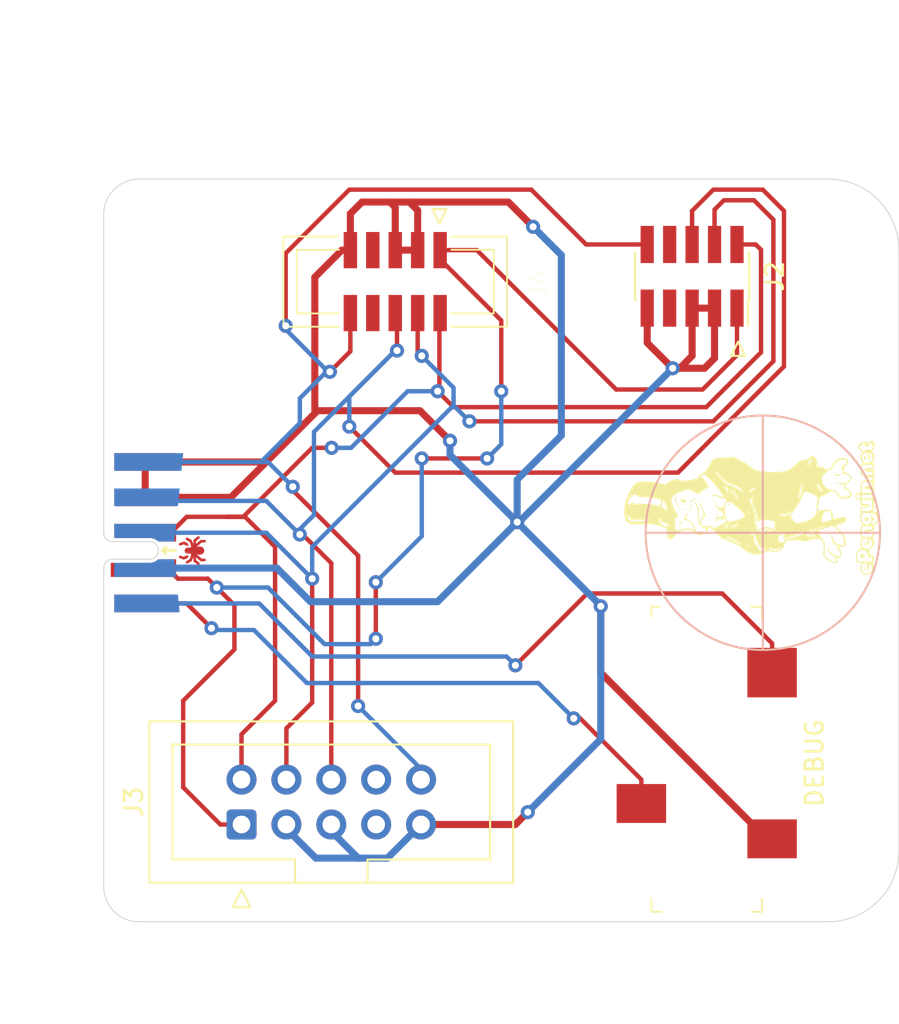
<source format=kicad_pcb>
(kicad_pcb (version 20171130) (host pcbnew 5.1.8)

  (general
    (thickness 1.6)
    (drawings 15)
    (tracks 224)
    (zones 0)
    (modules 8)
    (nets 11)
  )

  (page A4)
  (layers
    (0 F.Cu signal)
    (31 B.Cu signal)
    (32 B.Adhes user)
    (33 F.Adhes user)
    (34 B.Paste user)
    (35 F.Paste user)
    (36 B.SilkS user)
    (37 F.SilkS user)
    (38 B.Mask user)
    (39 F.Mask user)
    (40 Dwgs.User user)
    (41 Cmts.User user)
    (42 Eco1.User user)
    (43 Eco2.User user)
    (44 Edge.Cuts user)
    (45 Margin user)
    (46 B.CrtYd user)
    (47 F.CrtYd user)
    (48 B.Fab user)
    (49 F.Fab user)
  )

  (setup
    (last_trace_width 0.25)
    (trace_clearance 0.2)
    (zone_clearance 0.508)
    (zone_45_only no)
    (trace_min 0.2)
    (via_size 0.8)
    (via_drill 0.4)
    (via_min_size 0.4)
    (via_min_drill 0.3)
    (uvia_size 0.3)
    (uvia_drill 0.1)
    (uvias_allowed no)
    (uvia_min_size 0.2)
    (uvia_min_drill 0.1)
    (edge_width 0.05)
    (segment_width 0.2)
    (pcb_text_width 0.3)
    (pcb_text_size 1.5 1.5)
    (mod_edge_width 0.12)
    (mod_text_size 1 1)
    (mod_text_width 0.15)
    (pad_size 0.76 2.05)
    (pad_drill 0)
    (pad_to_mask_clearance 0)
    (aux_axis_origin 0 0)
    (visible_elements 7FFFFFFF)
    (pcbplotparams
      (layerselection 0x010f0_ffffffff)
      (usegerberextensions true)
      (usegerberattributes true)
      (usegerberadvancedattributes true)
      (creategerberjobfile false)
      (excludeedgelayer true)
      (linewidth 0.100000)
      (plotframeref false)
      (viasonmask false)
      (mode 1)
      (useauxorigin false)
      (hpglpennumber 1)
      (hpglpenspeed 20)
      (hpglpendiameter 15.000000)
      (psnegative false)
      (psa4output false)
      (plotreference true)
      (plotvalue true)
      (plotinvisibletext false)
      (padsonsilk false)
      (subtractmaskfromsilk false)
      (outputformat 1)
      (mirror false)
      (drillshape 0)
      (scaleselection 1)
      (outputdirectory "gerbers/"))
  )

  (net 0 "")
  (net 1 /DEBUG_RX)
  (net 2 GND)
  (net 3 /DEBUG_TX)
  (net 4 "Net-(J1-Pad6)")
  (net 5 "Net-(J1-Pad10)")
  (net 6 "Net-(J1-Pad4)")
  (net 7 "Net-(J1-Pad2)")
  (net 8 "Net-(J1-Pad1)")
  (net 9 "Net-(J2-Pad7)")
  (net 10 "Net-(J2-Pad8)")

  (net_class Default "This is the default net class."
    (clearance 0.2)
    (trace_width 0.25)
    (via_dia 0.8)
    (via_drill 0.4)
    (uvia_dia 0.3)
    (uvia_drill 0.1)
    (add_net /DEBUG_RX)
    (add_net /DEBUG_TX)
    (add_net "Net-(J1-Pad1)")
    (add_net "Net-(J1-Pad10)")
    (add_net "Net-(J1-Pad2)")
    (add_net "Net-(J1-Pad4)")
    (add_net "Net-(J1-Pad6)")
    (add_net "Net-(J2-Pad7)")
    (add_net "Net-(J2-Pad8)")
  )

  (net_class Power ""
    (clearance 0.2)
    (trace_width 0.4)
    (via_dia 0.8)
    (via_drill 0.4)
    (uvia_dia 0.3)
    (uvia_drill 0.1)
    (add_net GND)
  )

  (module digikey-footprints:Switch_Slide_11.6x4mm_SJ-3523-SMT (layer F.Cu) (tedit 5D28A6C6) (tstamp 5FC47D06)
    (at 135.128 83.312 90)
    (path /5FC7E02A)
    (attr smd)
    (fp_text reference CON1 (at 3.375 -5.975 90) (layer F.SilkS) hide
      (effects (font (size 1 1) (thickness 0.15)))
    )
    (fp_text value SJ-3523-SMT-TR (at 2.825 6.2 90) (layer F.Fab)
      (effects (font (size 1 1) (thickness 0.15)))
    )
    (fp_line (start 11 -3) (end 11 3) (layer F.Fab) (width 0.1))
    (fp_line (start 11 3) (end -6 3) (layer F.Fab) (width 0.1))
    (fp_line (start 11 -3) (end -6 -3) (layer F.Fab) (width 0.1))
    (fp_line (start -6 -3) (end -6 3) (layer F.Fab) (width 0.1))
    (fp_line (start -3.5 -3) (end -3.5 3) (layer F.Fab) (width 0.1))
    (fp_line (start 11.125 -3.125) (end 11.125 -2.65) (layer F.SilkS) (width 0.1))
    (fp_line (start 10.575 -3.125) (end 11.125 -3.125) (layer F.SilkS) (width 0.1))
    (fp_line (start 11.125 3.125) (end 10.45 3.125) (layer F.SilkS) (width 0.1))
    (fp_line (start 11.125 2.525) (end 11.125 3.125) (layer F.SilkS) (width 0.1))
    (fp_line (start -6.125 -3.125) (end -6.125 -2.55) (layer F.SilkS) (width 0.1))
    (fp_line (start -5.35 -3.125) (end -6.125 -3.125) (layer F.SilkS) (width 0.1))
    (fp_line (start -6.125 3.125) (end -5.4 3.125) (layer F.SilkS) (width 0.1))
    (fp_line (start -6.125 2.525) (end -6.125 3.125) (layer F.SilkS) (width 0.1))
    (fp_line (start -6.3 -5.35) (end 11.25 -5.35) (layer F.CrtYd) (width 0.05))
    (fp_line (start 11.25 5.35) (end 11.25 -5.35) (layer F.CrtYd) (width 0.05))
    (fp_line (start -6.3 -5.35) (end -6.3 5.35) (layer F.CrtYd) (width 0.05))
    (fp_line (start -6.3 5.35) (end 11.25 5.35) (layer F.CrtYd) (width 0.05))
    (fp_text user DEBUG (at 2.286 6.096 90) (layer F.SilkS)
      (effects (font (size 1 1) (thickness 0.15)))
    )
    (pad "" np_thru_hole circle (at 6.1 0 90) (size 1.7 1.7) (drill 1.7) (layers *.Cu *.Mask))
    (pad "" np_thru_hole circle (at -0.9 0 90) (size 1.7 1.7) (drill 1.7) (layers *.Cu *.Mask))
    (pad 2 smd rect (at 7.4 3.7 90) (size 2.8 2.8) (layers F.Cu F.Paste F.Mask)
      (net 1 /DEBUG_RX))
    (pad 1 smd rect (at -2 3.7 90) (size 2.2 2.8) (layers F.Cu F.Paste F.Mask)
      (net 2 GND))
    (pad 3 smd rect (at 0 -3.7 90) (size 2.2 2.8) (layers F.Cu F.Paste F.Mask)
      (net 3 /DEBUG_TX))
    (model ${KISYS3DMOD}/penguin-3d/SJ-3523-SMT-TR-pcb-part-libraries.epw
      (at (xyz 0 0 0))
      (scale (xyz 1 1 1))
      (rotate (xyz 0 0 0))
    )
    (model ${KISYS3DMOD}/penguin-3d/CUI_DEVICES_SJ-3523-SMT-TR.step
      (offset (xyz -4.5 0 0))
      (scale (xyz 1 1 1))
      (rotate (xyz -90 0 0))
    )
  )

  (module plib:epenguin_logo (layer F.Cu) (tedit 0) (tstamp 5FC4BDCA)
    (at 136.9 66.7 90)
    (fp_text reference G*** (at 0 0 90) (layer F.SilkS) hide
      (effects (font (size 1.524 1.524) (thickness 0.3)))
    )
    (fp_text value LOGO (at 0.75 0 90) (layer F.SilkS) hide
      (effects (font (size 1.524 1.524) (thickness 0.3)))
    )
    (fp_poly (pts (xy 0.086749 -6.424058) (xy 0.323892 -6.39279) (xy 0.434502 -6.368272) (xy 0.642631 -6.301386)
      (xy 0.866323 -6.208284) (xy 1.083779 -6.100203) (xy 1.273199 -5.988383) (xy 1.412786 -5.884062)
      (xy 1.452982 -5.843214) (xy 1.534486 -5.715368) (xy 1.588212 -5.575768) (xy 1.591514 -5.560324)
      (xy 1.60534 -5.385382) (xy 1.59627 -5.146895) (xy 1.565768 -4.862404) (xy 1.515299 -4.549451)
      (xy 1.500859 -4.474473) (xy 1.430028 -4.11782) (xy 1.582848 -3.895659) (xy 1.69871 -3.683629)
      (xy 1.734959 -3.500004) (xy 1.69164 -3.344504) (xy 1.677131 -3.321934) (xy 1.648325 -3.257131)
      (xy 1.636703 -3.158021) (xy 1.641183 -3.005827) (xy 1.651502 -2.877336) (xy 1.687601 -2.603763)
      (xy 1.738976 -2.39648) (xy 1.803603 -2.261076) (xy 1.879458 -2.203136) (xy 1.896411 -2.201333)
      (xy 1.974697 -2.15956) (xy 2.051138 -2.036462) (xy 2.053264 -2.031784) (xy 2.162677 -1.876367)
      (xy 2.351329 -1.715112) (xy 2.614362 -1.551969) (xy 2.697495 -1.508113) (xy 2.805007 -1.434471)
      (xy 2.880849 -1.350302) (xy 2.883848 -1.344985) (xy 2.905385 -1.266685) (xy 2.926113 -1.124591)
      (xy 2.943551 -0.939561) (xy 2.954463 -0.751585) (xy 2.975052 -0.251658) (xy 2.820993 0.060059)
      (xy 2.717461 0.25251) (xy 2.594965 0.45575) (xy 2.48169 0.623412) (xy 2.361565 0.789625)
      (xy 2.281409 0.91573) (xy 2.23004 1.029089) (xy 2.196279 1.157065) (xy 2.168944 1.327021)
      (xy 2.156437 1.419408) (xy 2.131665 1.682955) (xy 2.122767 1.963413) (xy 2.128824 2.239769)
      (xy 2.148916 2.491011) (xy 2.182123 2.69613) (xy 2.217379 2.812576) (xy 2.282404 2.926153)
      (xy 2.387026 3.068792) (xy 2.50956 3.211137) (xy 2.519768 3.221927) (xy 2.673598 3.395244)
      (xy 2.770345 3.539223) (xy 2.820934 3.674953) (xy 2.836294 3.823526) (xy 2.836334 3.832947)
      (xy 2.858334 3.957782) (xy 2.936316 4.042766) (xy 2.94437 4.04817) (xy 3.026667 4.136124)
      (xy 3.03663 4.232996) (xy 2.984189 4.32767) (xy 2.879273 4.409029) (xy 2.731808 4.465956)
      (xy 2.552152 4.487334) (xy 2.440968 4.490169) (xy 2.397192 4.507811) (xy 2.403571 4.553962)
      (xy 2.420226 4.59212) (xy 2.442652 4.668341) (xy 2.426528 4.745088) (xy 2.364565 4.853062)
      (xy 2.354726 4.868029) (xy 2.284554 4.992411) (xy 2.269342 5.077543) (xy 2.281021 5.112493)
      (xy 2.378263 5.235473) (xy 2.52664 5.358143) (xy 2.6557 5.435598) (xy 2.801485 5.553889)
      (xy 2.89207 5.724622) (xy 2.921887 5.931645) (xy 2.894318 6.12775) (xy 2.838505 6.205298)
      (xy 2.739346 6.223766) (xy 2.612802 6.184495) (xy 2.479401 6.092869) (xy 2.335881 5.996997)
      (xy 2.216229 5.982051) (xy 2.120946 6.048002) (xy 2.079835 6.117167) (xy 2.00241 6.251141)
      (xy 1.911522 6.361242) (xy 1.826552 6.425996) (xy 1.793261 6.434667) (xy 1.723764 6.406256)
      (xy 1.628532 6.336295) (xy 1.532752 6.247693) (xy 1.461616 6.16336) (xy 1.439334 6.112781)
      (xy 1.40979 6.060672) (xy 1.340484 6.052723) (xy 1.260401 6.08368) (xy 1.198525 6.148285)
      (xy 1.194056 6.157261) (xy 1.091313 6.288937) (xy 0.929567 6.385732) (xy 0.844058 6.413221)
      (xy 0.757044 6.417804) (xy 0.702084 6.363102) (xy 0.685308 6.329429) (xy 0.644524 6.170879)
      (xy 0.639036 5.990167) (xy 0.720893 5.990167) (xy 0.733697 6.187542) (xy 0.772865 6.3066)
      (xy 0.839235 6.349755) (xy 0.845895 6.35) (xy 0.93967 6.322886) (xy 1.036301 6.257068)
      (xy 1.10932 6.17583) (xy 1.132263 6.102457) (xy 1.131457 6.098763) (xy 1.140162 6.045804)
      (xy 1.213442 6.021382) (xy 1.242227 6.018556) (xy 1.328861 6.009306) (xy 1.383679 5.985487)
      (xy 1.423827 5.928247) (xy 1.466455 5.818735) (xy 1.492292 5.743643) (xy 1.526767 5.646187)
      (xy 1.545526 5.605609) (xy 1.548681 5.628013) (xy 1.536343 5.7195) (xy 1.508624 5.886172)
      (xy 1.496235 5.95806) (xy 1.491207 6.053191) (xy 1.524323 6.134027) (xy 1.609331 6.232055)
      (xy 1.62101 6.24381) (xy 1.713675 6.32954) (xy 1.784336 6.382532) (xy 1.805517 6.391003)
      (xy 1.853714 6.359155) (xy 1.915745 6.287576) (xy 1.976015 6.1758) (xy 2.024289 6.038885)
      (xy 2.027909 6.024323) (xy 2.052205 5.935451) (xy 2.067833 5.905124) (xy 2.070081 5.912252)
      (xy 2.096348 5.936571) (xy 2.177361 5.93082) (xy 2.287786 5.905029) (xy 2.411246 5.874357)
      (xy 2.471072 5.86893) (xy 2.485126 5.891035) (xy 2.47573 5.929095) (xy 2.479751 5.998938)
      (xy 2.548524 6.067686) (xy 2.59036 6.094909) (xy 2.715595 6.162802) (xy 2.789652 6.172017)
      (xy 2.825498 6.114628) (xy 2.836101 5.98271) (xy 2.836334 5.944577) (xy 2.830213 5.79846)
      (xy 2.804171 5.703335) (xy 2.746685 5.625946) (xy 2.715329 5.595327) (xy 2.590689 5.49251)
      (xy 2.456152 5.399916) (xy 2.451596 5.397182) (xy 2.352375 5.313727) (xy 2.240502 5.183141)
      (xy 2.155639 5.058892) (xy 2.03077 4.883995) (xy 1.903942 4.782679) (xy 1.756908 4.74544)
      (xy 1.582906 4.760569) (xy 1.429024 4.819487) (xy 1.290011 4.924097) (xy 1.187565 5.052902)
      (xy 1.143379 5.184404) (xy 1.143 5.19645) (xy 1.113105 5.404013) (xy 1.028516 5.566316)
      (xy 0.916161 5.658693) (xy 0.800644 5.728505) (xy 0.742236 5.805086) (xy 0.722289 5.920091)
      (xy 0.720893 5.990167) (xy 0.639036 5.990167) (xy 0.638744 5.980557) (xy 0.668591 5.804066)
      (xy 0.677742 5.777424) (xy 0.750139 5.678194) (xy 0.843976 5.618391) (xy 0.976749 5.530786)
      (xy 1.044236 5.404271) (xy 1.043675 5.257023) (xy 0.972306 5.10722) (xy 0.929294 5.056729)
      (xy 0.840936 4.938167) (xy 0.793317 4.819396) (xy 0.790821 4.800858) (xy 0.781696 4.775125)
      (xy 1.022993 4.775125) (xy 1.063159 4.772194) (xy 1.155842 4.719473) (xy 1.218573 4.677834)
      (xy 1.32539 4.612957) (xy 1.408881 4.575587) (xy 1.427994 4.572) (xy 1.477709 4.54558)
      (xy 1.481667 4.529667) (xy 1.450986 4.494816) (xy 1.373367 4.500072) (xy 1.270446 4.535881)
      (xy 1.163856 4.592688) (xy 1.075233 4.66094) (xy 1.026319 4.73075) (xy 1.022993 4.775125)
      (xy 0.781696 4.775125) (xy 0.753685 4.696135) (xy 0.655855 4.619969) (xy 0.489979 4.568811)
      (xy 0.248707 4.539114) (xy 0.24854 4.539102) (xy -0.036859 4.518682) (xy -0.016766 4.85846)
      (xy -0.008244 5.028433) (xy -0.010519 5.135909) (xy -0.028359 5.202843) (xy -0.066531 5.251189)
      (xy -0.109879 5.287286) (xy -0.241616 5.354135) (xy -0.365542 5.376334) (xy -0.446419 5.38168)
      (xy -0.491683 5.407761) (xy -0.504308 5.469639) (xy -0.487269 5.582377) (xy -0.443539 5.761039)
      (xy -0.442383 5.765502) (xy -0.407675 5.948295) (xy -0.418487 6.06514) (xy -0.477638 6.123197)
      (xy -0.585778 6.12989) (xy -0.643939 6.112565) (xy -0.690517 6.065432) (xy -0.736508 5.971449)
      (xy -0.792907 5.813574) (xy -0.79615 5.803839) (xy -0.90033 5.490511) (xy -1.116915 5.725011)
      (xy -1.258903 5.865904) (xy -1.385395 5.956156) (xy -1.526711 6.016326) (xy -1.563433 6.027756)
      (xy -1.792722 6.084501) (xy -1.954533 6.096254) (xy -2.054279 6.061098) (xy -2.097373 5.977114)
      (xy -2.089226 5.842386) (xy -2.089057 5.841537) (xy -2.08075 5.75261) (xy -2.111278 5.720416)
      (xy -2.19267 5.741121) (xy -2.27852 5.781114) (xy -2.414323 5.823061) (xy -2.562835 5.834595)
      (xy -2.570774 5.83403) (xy -2.674529 5.819566) (xy -2.716073 5.78613) (xy -2.717849 5.713374)
      (xy -2.716553 5.701868) (xy -2.712898 5.624466) (xy -2.742189 5.597558) (xy -2.826968 5.60631)
      (xy -2.854136 5.611329) (xy -2.954136 5.6254) (xy -2.996302 5.605098) (xy -3.00414 5.544848)
      (xy -2.966718 5.544848) (xy -2.95504 5.568071) (xy -2.907174 5.567533) (xy -2.812807 5.542553)
      (xy -2.791208 5.535199) (xy -2.683951 5.4969) (xy -2.632905 5.47192) (xy -2.615085 5.443636)
      (xy -2.608692 5.403199) (xy -2.562176 5.308442) (xy -2.464935 5.203411) (xy -2.34426 5.110576)
      (xy -2.227448 5.052407) (xy -2.171681 5.043432) (xy -2.092862 5.048527) (xy -2.095681 5.055916)
      (xy -2.159 5.068112) (xy -2.290519 5.127285) (xy -2.423812 5.245771) (xy -2.53794 5.401319)
      (xy -2.601783 5.538682) (xy -2.647092 5.678556) (xy -2.661059 5.756746) (xy -2.641335 5.791115)
      (xy -2.585574 5.799526) (xy -2.567484 5.799667) (xy -2.440348 5.785129) (xy -2.3253 5.748525)
      (xy -2.246601 5.700371) (xy -2.227959 5.652538) (xy -2.217634 5.583518) (xy -2.197678 5.564575)
      (xy -2.165435 5.556757) (xy -2.173382 5.577023) (xy -2.16416 5.626009) (xy -2.128123 5.649368)
      (xy -2.050867 5.641233) (xy -1.984561 5.581775) (xy -1.959066 5.502199) (xy -1.964215 5.478067)
      (xy -1.944135 5.427864) (xy -1.87235 5.378804) (xy -1.768994 5.340898) (xy -1.648342 5.309131)
      (xy -1.534141 5.287797) (xy -1.450138 5.281189) (xy -1.420079 5.293601) (xy -1.421659 5.297318)
      (xy -1.478464 5.328875) (xy -1.520181 5.334) (xy -1.707243 5.367641) (xy -1.850382 5.47022)
      (xy -1.951933 5.644216) (xy -2.007731 5.852584) (xy -2.035836 6.011334) (xy -1.865441 6.011334)
      (xy -1.706653 5.99412) (xy -1.547707 5.952166) (xy -1.534444 5.947073) (xy -1.42943 5.887255)
      (xy -1.303991 5.790211) (xy -1.174487 5.672305) (xy -1.057278 5.549899) (xy -0.968722 5.439359)
      (xy -0.925181 5.357046) (xy -0.923883 5.336361) (xy -0.942151 5.267344) (xy -0.978868 5.140837)
      (xy -1.027216 4.98016) (xy -1.045289 4.92125) (xy -1.103215 4.745529) (xy -1.149751 4.63818)
      (xy -1.192558 4.585081) (xy -1.234758 4.572) (xy -1.353917 4.599398) (xy -1.506357 4.672428)
      (xy -1.665006 4.777343) (xy -1.710365 4.813482) (xy -1.77658 4.862634) (xy -1.845491 4.8921)
      (xy -1.93933 4.905918) (xy -2.080332 4.908125) (xy -2.214638 4.90505) (xy -2.596048 4.894047)
      (xy -2.757386 5.075853) (xy -2.846176 5.196904) (xy -2.916948 5.331074) (xy -2.960271 5.454883)
      (xy -2.966718 5.544848) (xy -3.00414 5.544848) (xy -3.005567 5.533882) (xy -3.005666 5.510801)
      (xy -2.974725 5.309108) (xy -2.876163 5.119581) (xy -2.759729 4.981533) (xy -2.670789 4.893151)
      (xy -2.600964 4.847151) (xy -2.518884 4.833379) (xy -2.393175 4.841681) (xy -2.343534 4.846825)
      (xy -2.100025 4.852607) (xy -1.889767 4.819322) (xy -1.731341 4.750898) (xy -1.678654 4.706169)
      (xy -1.633492 4.633208) (xy -1.638692 4.545794) (xy -1.654124 4.496568) (xy -1.675013 4.37187)
      (xy -1.566333 4.37187) (xy -1.537579 4.377611) (xy -1.468502 4.346406) (xy -1.384877 4.294221)
      (xy -1.312481 4.237017) (xy -1.277779 4.19317) (xy -1.296041 4.152563) (xy -1.31666 4.148667)
      (xy -1.38405 4.176649) (xy -1.468689 4.242174) (xy -1.539667 4.31761) (xy -1.566333 4.37187)
      (xy -1.675013 4.37187) (xy -1.6776 4.356428) (xy -1.657389 4.288588) (xy -1.641023 4.211187)
      (xy -1.679009 4.110281) (xy -1.688679 4.093813) (xy -1.524 4.093813) (xy -1.516569 4.166258)
      (xy -1.484765 4.166968) (xy -1.4605 4.148667) (xy -1.413531 4.069631) (xy -1.397 3.97415)
      (xy -1.408384 3.887226) (xy -1.434804 3.852334) (xy -1.48334 3.890683) (xy -1.515579 3.990529)
      (xy -1.524 4.093813) (xy -1.688679 4.093813) (xy -1.70184 4.071403) (xy -1.737908 4.008244)
      (xy -1.760254 3.946791) (xy -1.769801 3.869197) (xy -1.767473 3.757613) (xy -1.754195 3.594193)
      (xy -1.736024 3.411341) (xy -1.712723 3.157205) (xy -1.706861 2.972052) (xy -1.724696 2.840939)
      (xy -1.772484 2.748925) (xy -1.817996 2.712156) (xy -1.666419 2.712156) (xy -1.66113 2.757325)
      (xy -1.634121 2.86632) (xy -1.589861 3.022449) (xy -1.536867 3.196167) (xy -1.386612 3.67322)
      (xy -1.2598 4.073711) (xy -1.155002 4.402006) (xy -1.070787 4.662473) (xy -1.005726 4.85948)
      (xy -0.958388 4.997394) (xy -0.927343 5.080584) (xy -0.911162 5.113416) (xy -0.908923 5.114034)
      (xy -0.916177 5.07095) (xy -0.944435 4.956985) (xy -0.990878 4.782504) (xy -1.006101 4.727176)
      (xy -0.691398 4.727176) (xy -0.690529 4.773336) (xy -0.672581 4.878575) (xy -0.642032 5.017534)
      (xy -0.576441 5.291667) (xy -0.395703 5.291667) (xy -0.244058 5.273131) (xy -0.139896 5.210528)
      (xy -0.128649 5.199018) (xy -0.057375 5.100295) (xy -0.055364 5.012913) (xy -0.123406 4.90987)
      (xy -0.137583 4.893754) (xy -0.269566 4.801552) (xy -0.454003 4.749202) (xy -0.58058 4.730593)
      (xy -0.668029 4.723895) (xy -0.691398 4.727176) (xy -1.006101 4.727176) (xy -1.052686 4.55787)
      (xy -1.12704 4.293449) (xy -1.211117 3.999605) (xy -1.2287 3.938743) (xy -1.335682 3.57197)
      (xy -1.391978 3.383823) (xy -0.764405 3.383823) (xy -0.745052 3.536846) (xy -0.694882 3.728233)
      (xy -0.585053 4.026264) (xy -0.451351 4.245007) (xy -0.290955 4.387185) (xy -0.101045 4.455519)
      (xy 0.0635 4.459852) (xy 0.237223 4.456586) (xy 0.415747 4.471235) (xy 0.465667 4.479689)
      (xy 0.587961 4.499145) (xy 0.665694 4.487109) (xy 0.736176 4.433677) (xy 0.770424 4.398779)
      (xy 0.84996 4.286388) (xy 0.922963 4.135965) (xy 0.950341 4.058066) (xy 0.987198 3.925262)
      (xy 0.99148 3.906834) (xy 2.471389 3.906834) (xy 2.483407 3.945288) (xy 2.545809 4.006477)
      (xy 2.634635 4.072621) (xy 2.725925 4.125937) (xy 2.79572 4.148644) (xy 2.797248 4.148667)
      (xy 2.864377 4.141194) (xy 2.878667 4.131523) (xy 2.845407 4.099391) (xy 2.763243 4.046333)
      (xy 2.658601 3.986928) (xy 2.557906 3.935754) (xy 2.487585 3.90739) (xy 2.471389 3.906834)
      (xy 0.99148 3.906834) (xy 1.011021 3.822743) (xy 1.016 3.786901) (xy 0.979704 3.744695)
      (xy 0.886932 3.691806) (xy 0.814917 3.66148) (xy 0.528516 3.53241) (xy 0.294927 3.391726)
      (xy 0.600672 3.391726) (xy 0.613402 3.419792) (xy 0.617364 3.424184) (xy 0.72777 3.499785)
      (xy 0.897834 3.564476) (xy 1.102639 3.611353) (xy 1.317272 3.633512) (xy 1.375834 3.634347)
      (xy 1.672167 3.631987) (xy 1.354667 3.578104) (xy 1.033746 3.515853) (xy 0.777527 3.447989)
      (xy 0.656167 3.406194) (xy 0.600672 3.391726) (xy 0.294927 3.391726) (xy 0.229972 3.352606)
      (xy -0.030215 3.164855) (xy -0.15799 3.069671) (xy -0.259952 2.998726) (xy -0.317782 2.964635)
      (xy -0.322842 2.963334) (xy -0.37192 2.984523) (xy -0.468 3.039285) (xy -0.55721 3.094747)
      (xy -0.674653 3.181954) (xy -0.742328 3.271919) (xy -0.764405 3.383823) (xy -1.391978 3.383823)
      (xy -1.423017 3.280088) (xy -1.493149 3.056255) (xy -1.548517 2.893628) (xy -1.591566 2.785365)
      (xy -1.624735 2.724622) (xy -1.650468 2.704557) (xy -1.666419 2.712156) (xy -1.817996 2.712156)
      (xy -1.85648 2.681065) (xy -1.982941 2.622419) (xy -2.08183 2.585428) (xy -2.176089 2.520227)
      (xy -2.19459 2.49831) (xy -1.847997 2.49831) (xy -1.813892 2.611397) (xy -1.724785 2.660128)
      (xy -1.580819 2.644387) (xy -1.475394 2.606995) (xy -1.464573 2.601184) (xy -0.338018 2.601184)
      (xy -0.327968 2.748549) (xy -0.287724 2.852008) (xy -0.225336 2.928825) (xy -0.148623 2.99913)
      (xy -0.097672 3.028004) (xy -0.091114 3.026225) (xy -0.1021 2.984855) (xy -0.157158 2.912856)
      (xy -0.162111 2.907521) (xy -0.215519 2.832933) (xy -0.243924 2.736167) (xy -0.254128 2.590007)
      (xy -0.254203 2.582334) (xy -0.084666 2.582334) (xy -0.052452 2.623437) (xy -0.042333 2.624667)
      (xy -0.00123 2.592452) (xy 0 2.582334) (xy -0.032214 2.54123) (xy -0.042333 2.54)
      (xy -0.083436 2.572215) (xy -0.084666 2.582334) (xy -0.254203 2.582334) (xy -0.254648 2.537272)
      (xy -0.259144 2.389323) (xy -0.27238 2.3208) (xy -0.295331 2.326815) (xy -0.296333 2.328334)
      (xy -0.320684 2.406459) (xy -0.335738 2.532342) (xy -0.338018 2.601184) (xy -1.464573 2.601184)
      (xy -1.359321 2.544667) (xy -1.265027 2.47027) (xy -1.210965 2.401251) (xy -1.212076 2.358035)
      (xy -1.259875 2.362513) (xy -1.339221 2.410005) (xy -1.344878 2.414387) (xy -1.428543 2.469971)
      (xy -1.492797 2.496659) (xy -1.51946 2.490385) (xy -1.490349 2.447083) (xy -1.490133 2.446867)
      (xy -1.442377 2.374117) (xy -1.472459 2.326704) (xy -1.582211 2.302699) (xy -1.629834 2.299816)
      (xy -1.745071 2.301119) (xy -1.816495 2.312899) (xy -1.826959 2.320983) (xy -1.847997 2.49831)
      (xy -2.19459 2.49831) (xy -2.275681 2.402252) (xy -2.310067 2.34837) (xy -2.375063 2.229705)
      (xy -2.402324 2.140394) (xy -2.400612 2.10392) (xy -2.328333 2.10392) (xy -2.314183 2.188466)
      (xy -2.279627 2.290547) (xy -2.236504 2.383506) (xy -2.196653 2.440687) (xy -2.176854 2.444966)
      (xy -2.177039 2.397005) (xy -2.20159 2.303809) (xy -2.206237 2.290129) (xy -2.234344 2.103992)
      (xy -2.207406 1.896208) (xy -2.179239 1.80975) (xy -2.173427 1.74906) (xy -2.192663 1.735667)
      (xy -2.235274 1.772798) (xy -2.27914 1.865042) (xy -2.31368 1.983678) (xy -2.328312 2.099985)
      (xy -2.328333 2.10392) (xy -2.400612 2.10392) (xy -2.397669 2.041228) (xy -2.373383 1.92177)
      (xy -2.346382 1.778989) (xy -2.34681 1.677639) (xy -2.378147 1.577945) (xy -2.409368 1.510336)
      (xy -2.445665 1.406344) (xy -2.36004 1.406344) (xy -2.35035 1.477798) (xy -2.314471 1.578058)
      (xy -2.276098 1.604055) (xy -2.248915 1.554347) (xy -2.243666 1.489046) (xy -2.209735 1.363478)
      (xy -2.148292 1.279826) (xy -2.029989 1.194548) (xy -1.941239 1.147041) (xy -1.27452 1.147041)
      (xy -1.272579 1.200065) (xy -1.227096 1.29209) (xy -1.164969 1.460002) (xy -1.150374 1.663696)
      (xy -1.18452 1.868082) (xy -1.205222 1.926167) (xy -1.22236 1.981754) (xy -1.196019 1.970065)
      (xy -1.188397 1.963217) (xy -1.1417 1.893947) (xy -1.091473 1.782661) (xy -1.081389 1.754809)
      (xy -1.051168 1.554146) (xy -1.102043 1.354383) (xy -1.163677 1.243639) (xy -1.234275 1.158552)
      (xy -1.27452 1.147041) (xy -1.941239 1.147041) (xy -1.864427 1.105925) (xy -1.79839 1.07762)
      (xy -1.185333 1.07762) (xy -1.163694 1.121158) (xy -1.109122 1.208437) (xy -1.0795 1.252861)
      (xy -0.991739 1.451561) (xy -0.979026 1.663837) (xy -1.042111 1.866697) (xy -1.058491 1.89544)
      (xy -1.11289 1.98942) (xy -1.141647 2.048381) (xy -1.143 2.05419) (xy -1.104732 2.065297)
      (xy -1.006157 2.072613) (xy -0.913668 2.074334) (xy -0.684336 2.074334) (xy -0.611524 1.883679)
      (xy -0.570648 1.705562) (xy -0.562318 1.49724) (xy -0.585261 1.295475) (xy -0.637382 1.138549)
      (xy -0.655352 1.090782) (xy -0.631193 1.067003) (xy -0.548144 1.058994) (xy -0.473783 1.058334)
      (xy -0.250526 1.032582) (xy 0.014738 0.959796) (xy 0.298591 0.846676) (xy 0.349349 0.82279)
      (xy 0.453096 0.776885) (xy 0.52124 0.77159) (xy 0.594223 0.810289) (xy 0.645683 0.847572)
      (xy 0.783167 0.94892) (xy 0.715095 0.844877) (xy 0.629902 0.748958) (xy 0.550522 0.691693)
      (xy 0.466647 0.665995) (xy 0.393712 0.700194) (xy 0.36609 0.724472) (xy 0.241067 0.804888)
      (xy 0.058097 0.878979) (xy -0.156103 0.93957) (xy -0.374816 0.979485) (xy -0.571328 0.991551)
      (xy -0.618766 0.988959) (xy -0.755378 0.980387) (xy -0.816082 0.986716) (xy -0.808476 1.008886)
      (xy -0.804333 1.011952) (xy -0.786307 1.038601) (xy -0.833444 1.052933) (xy -0.955132 1.057654)
      (xy -0.963083 1.057685) (xy -1.087292 1.061363) (xy -1.167958 1.070114) (xy -1.185333 1.07762)
      (xy -1.79839 1.07762) (xy -1.684397 1.02876) (xy -1.52269 0.977853) (xy -1.45406 0.966457)
      (xy -1.321998 0.956394) (xy -1.283171 0.611335) (xy -0.211666 0.611335) (xy -0.197715 0.6725)
      (xy -0.166693 0.656982) (xy 0.987659 0.656982) (xy 1.003439 0.709109) (xy 1.074233 0.805794)
      (xy 1.146197 0.901151) (xy 1.187724 0.974962) (xy 1.191099 0.987498) (xy 1.201409 0.990789)
      (xy 1.216415 0.932718) (xy 1.206867 0.832598) (xy 1.12882 0.736203) (xy 1.121099 0.729463)
      (xy 1.028157 0.661684) (xy 0.987659 0.656982) (xy -0.166693 0.656982) (xy -0.161059 0.654164)
      (xy -0.149974 0.637925) (xy -0.155283 0.583555) (xy -0.168643 0.571927) (xy -0.205458 0.581124)
      (xy -0.211666 0.611335) (xy -1.283171 0.611335) (xy -1.272429 0.515878) (xy -1.253576 0.332561)
      (xy -1.241542 0.182983) (xy -1.237595 0.085467) (xy -1.240668 0.057554) (xy -1.256978 0.0858)
      (xy -1.281941 0.180861) (xy -1.312064 0.32576) (xy -1.343854 0.503519) (xy -1.373819 0.697164)
      (xy -1.377221 0.721344) (xy -1.396778 0.838303) (xy -1.425695 0.891916) (xy -1.484211 0.902804)
      (xy -1.549193 0.896565) (xy -1.697748 0.910171) (xy -1.877842 0.9713) (xy -2.061592 1.067167)
      (xy -2.221111 1.184984) (xy -2.259753 1.222365) (xy -2.337801 1.319663) (xy -2.36004 1.406344)
      (xy -2.445665 1.406344) (xy -2.510603 1.220301) (xy -2.528514 0.942319) (xy -2.463344 0.678515)
      (xy -2.387705 0.55203) (xy -2.138882 0.55203) (xy -2.121656 0.57017) (xy -2.056169 0.56924)
      (xy -1.97558 0.553388) (xy -1.913047 0.526763) (xy -1.908528 0.523212) (xy -1.930941 0.512084)
      (xy -2.001279 0.508) (xy -2.094113 0.523263) (xy -2.138882 0.55203) (xy -2.387705 0.55203)
      (xy -2.315336 0.431016) (xy -2.281434 0.390114) (xy -2.154061 0.217902) (xy -2.148213 0.208253)
      (xy -1.982765 0.208253) (xy -1.949435 0.177807) (xy -1.923066 0.148167) (xy -1.844888 0.040554)
      (xy -1.807783 -0.021166) (xy -1.227666 -0.021166) (xy -1.2065 0) (xy -1.185333 -0.021166)
      (xy -1.2065 -0.042333) (xy -1.227666 -0.021166) (xy -1.807783 -0.021166) (xy -1.755363 -0.108357)
      (xy -1.690472 -0.232833) (xy -1.652273 -0.320983) (xy -1.00887 -0.320983) (xy -0.97546 -0.238757)
      (xy -0.901104 -0.109566) (xy -0.822122 0.01172) (xy -0.778981 0.059397) (xy -0.775237 0.034605)
      (xy -0.814443 -0.061517) (xy -0.846668 -0.127002) (xy -0.896347 -0.244328) (xy -0.91769 -0.336625)
      (xy -0.915277 -0.361782) (xy -0.920359 -0.401021) (xy -0.954656 -0.395481) (xy -1.000851 -0.367434)
      (xy -1.00887 -0.320983) (xy -1.652273 -0.320983) (xy -1.622153 -0.390488) (xy -1.568855 -0.541706)
      (xy -1.54576 -0.635) (xy -1.535956 -0.711778) (xy -1.542965 -0.724956) (xy -1.572515 -0.669386)
      (xy -1.616444 -0.5715) (xy -1.682436 -0.428107) (xy -1.769949 -0.246274) (xy -1.861323 -0.06262)
      (xy -1.87164 -0.042333) (xy -1.94591 0.105751) (xy -1.982271 0.186757) (xy -1.982765 0.208253)
      (xy -2.148213 0.208253) (xy -2.015605 -0.01054) (xy -1.879243 -0.270326) (xy -1.758152 -0.53657)
      (xy -1.675202 -0.754907) (xy -1.657081 -0.803169) (xy -1.012182 -0.803169) (xy -0.990072 -0.683093)
      (xy -0.928504 -0.577063) (xy -0.84718 -0.514376) (xy -0.81368 -0.508) (xy -0.786803 -0.514468)
      (xy -0.668603 -0.514468) (xy -0.658757 -0.378395) (xy -0.656886 -0.359922) (xy -0.62171 -0.153271)
      (xy -0.564493 0.040947) (xy -0.49292 0.205741) (xy -0.414674 0.324122) (xy -0.337441 0.3791)
      (xy -0.321764 0.381) (xy -0.27261 0.35236) (xy -0.229052 0.315747) (xy 0.9525 0.315747)
      (xy 1.084497 0.222469) (xy 1.191213 0.133148) (xy 1.274301 0.040548) (xy 1.279553 0.032845)
      (xy 1.326417 -0.061388) (xy 1.379708 -0.201005) (xy 1.412224 -0.30314) (xy 1.461178 -0.425042)
      (xy 1.539282 -0.570946) (xy 1.633659 -0.721868) (xy 1.731433 -0.858819) (xy 1.819725 -0.962814)
      (xy 1.88566 -1.014867) (xy 1.896743 -1.017522) (xy 1.945043 -1.043535) (xy 2.0284 -1.106254)
      (xy 2.053167 -1.126846) (xy 2.130977 -1.194862) (xy 2.146765 -1.219972) (xy 2.103562 -1.213458)
      (xy 2.074334 -1.205593) (xy 1.996209 -1.163307) (xy 1.880601 -1.076081) (xy 1.748484 -0.960222)
      (xy 1.704419 -0.918073) (xy 1.555039 -0.761768) (xy 1.454914 -0.62717) (xy 1.384892 -0.486098)
      (xy 1.35504 -0.403887) (xy 1.291558 -0.231827) (xy 1.219101 -0.08218) (xy 1.120541 0.077208)
      (xy 1.02756 0.21079) (xy 0.9525 0.315747) (xy -0.229052 0.315747) (xy -0.181184 0.275512)
      (xy -0.063067 0.164066) (xy 0.005395 0.09525) (xy 0.066592 0.029047) (xy 0.520947 0.029047)
      (xy 0.528884 0.036952) (xy 0.598114 0.006482) (xy 0.734626 -0.064169) (xy 0.740834 -0.067465)
      (xy 0.886166 -0.14643) (xy 1.003608 -0.213477) (xy 1.071819 -0.256345) (xy 1.077961 -0.261189)
      (xy 1.077813 -0.312179) (xy 1.013886 -0.39497) (xy 0.994967 -0.413327) (xy 0.935883 -0.464675)
      (xy 0.92723 -0.462774) (xy 0.94359 -0.441166) (xy 1.003445 -0.350488) (xy 0.998227 -0.285105)
      (xy 0.921181 -0.226353) (xy 0.854067 -0.193837) (xy 0.713358 -0.117521) (xy 0.582188 -0.026878)
      (xy 0.568317 -0.015428) (xy 0.520947 0.029047) (xy 0.066592 0.029047) (xy 0.145655 -0.056482)
      (xy 0.26869 -0.203701) (xy 0.367709 -0.336059) (xy 0.43592 -0.443211) (xy 0.466535 -0.514807)
      (xy 0.452761 -0.540502) (xy 0.41275 -0.525454) (xy 0.381009 -0.512761) (xy 0.410676 -0.550351)
      (xy 0.41275 -0.552589) (xy 0.417805 -0.55961) (xy 0.783167 -0.55961) (xy 0.980693 -0.554971)
      (xy 1.10087 -0.557799) (xy 1.181332 -0.584789) (xy 1.254883 -0.653065) (xy 1.316489 -0.73025)
      (xy 1.45476 -0.910166) (xy 1.306515 -0.771679) (xy 1.120225 -0.646281) (xy 0.970719 -0.596401)
      (xy 0.783167 -0.55961) (xy 0.417805 -0.55961) (xy 0.457913 -0.615314) (xy 0.465667 -0.638877)
      (xy 0.427013 -0.670459) (xy 0.325755 -0.698946) (xy 0.183949 -0.722356) (xy 0.023649 -0.738707)
      (xy -0.133089 -0.746015) (xy -0.264209 -0.7423) (xy -0.347657 -0.725577) (xy -0.363693 -0.713421)
      (xy -0.40071 -0.692855) (xy -0.420577 -0.715207) (xy -0.468806 -0.728631) (xy -0.537779 -0.679943)
      (xy -0.610503 -0.629888) (xy -0.656873 -0.626966) (xy -0.667975 -0.603485) (xy -0.668603 -0.514468)
      (xy -0.786803 -0.514468) (xy -0.77592 -0.517087) (xy -0.806885 -0.551817) (xy -0.836528 -0.573397)
      (xy -0.914834 -0.660719) (xy -0.96913 -0.77448) (xy -0.995508 -0.858476) (xy -1.007546 -0.865266)
      (xy -1.012182 -0.803169) (xy -1.657081 -0.803169) (xy -1.614499 -0.916575) (xy -1.548791 -1.030152)
      (xy -1.45428 -1.128712) (xy -1.340494 -1.220076) (xy -1.222115 -1.316472) (xy -1.136423 -1.397907)
      (xy -1.100832 -1.447716) (xy -1.100667 -1.449576) (xy -1.075116 -1.517214) (xy -1.042174 -1.563)
      (xy -0.985121 -1.649619) (xy -0.951696 -1.739401) (xy -0.949634 -1.80445) (xy -0.970814 -1.820333)
      (xy -1.011324 -1.786275) (xy -1.016 -1.759332) (xy -1.037531 -1.687076) (xy -1.102146 -1.687638)
      (xy -1.209879 -1.761025) (xy -1.267327 -1.812932) (xy -1.370686 -1.921301) (xy -1.422357 -2.011621)
      (xy -1.438798 -2.116087) (xy -1.439333 -2.149421) (xy -1.436973 -2.164487) (xy -1.346762 -2.164487)
      (xy -1.343882 -2.023735) (xy -1.30283 -1.92434) (xy -1.265299 -1.878829) (xy -1.190487 -1.809274)
      (xy -1.138264 -1.77812) (xy -1.136481 -1.778) (xy -1.09844 -1.812297) (xy -1.04214 -1.89885)
      (xy -1.016316 -1.946714) (xy -0.934905 -2.081434) (xy -0.841034 -2.172988) (xy -0.716987 -2.229303)
      (xy -0.545045 -2.258308) (xy -0.307489 -2.267929) (xy -0.298206 -2.268008) (xy -0.052461 -2.277294)
      (xy 0.126407 -2.303749) (xy 0.255251 -2.351985) (xy 0.350926 -2.426611) (xy 0.373076 -2.451665)
      (xy 0.41294 -2.491812) (xy 0.414052 -2.463076) (xy 0.41274 -2.457909) (xy 0.36954 -2.391213)
      (xy 0.287646 -2.315472) (xy 0.286316 -2.314475) (xy 0.215998 -2.274192) (xy 0.121151 -2.247279)
      (xy -0.017293 -2.230372) (xy -0.218401 -2.220111) (xy -0.255544 -2.218925) (xy -0.437291 -2.211949)
      (xy -0.584679 -2.203497) (xy -0.679038 -2.194804) (xy -0.703492 -2.189286) (xy -0.685596 -2.158649)
      (xy -0.610251 -2.110267) (xy -0.499855 -2.054542) (xy -0.37681 -2.001876) (xy -0.263516 -1.962672)
      (xy -0.182476 -1.947333) (xy -0.076737 -1.969918) (xy 0.059199 -2.027731) (xy 0.141349 -2.074333)
      (xy 0.256312 -2.143886) (xy 0.341957 -2.189553) (xy 0.371887 -2.20025) (xy 0.375852 -2.183014)
      (xy 0.321343 -2.140796) (xy 0.226985 -2.083597) (xy 0.111404 -2.021418) (xy -0.006774 -1.964262)
      (xy -0.108923 -1.922129) (xy -0.176416 -1.905022) (xy -0.177955 -1.905) (xy -0.27257 -1.885277)
      (xy -0.301244 -1.830916) (xy -0.307837 -1.78161) (xy -0.321637 -1.815343) (xy -0.324726 -1.826824)
      (xy -0.374254 -1.89693) (xy -0.473252 -1.979885) (xy -0.592899 -2.056314) (xy -0.704369 -2.106841)
      (xy -0.755909 -2.116666) (xy -0.840122 -2.095835) (xy -0.890745 -2.025341) (xy -0.912977 -1.893181)
      (xy -0.914273 -1.751148) (xy -0.915322 -1.601671) (xy -0.929588 -1.525309) (xy -0.959136 -1.51125)
      (xy -0.960029 -1.51158) (xy -1.008453 -1.496138) (xy -1.037602 -1.425268) (xy -1.042331 -1.327018)
      (xy -1.017497 -1.229439) (xy -1.01331 -1.221026) (xy -0.949074 -1.118547) (xy -0.865332 -1.006748)
      (xy -0.861544 -1.002168) (xy -0.793982 -0.893535) (xy -0.762328 -0.788646) (xy -0.762 -0.779918)
      (xy -0.735189 -0.697991) (xy -0.665436 -0.679206) (xy -0.568756 -0.725943) (xy -0.543083 -0.747394)
      (xy -0.475496 -0.827745) (xy -0.481145 -0.876528) (xy -0.537258 -0.889) (xy -0.581442 -0.895676)
      (xy -0.559274 -0.926376) (xy -0.526674 -0.9525) (xy -0.46967 -1.003417) (xy -0.480174 -1.041243)
      (xy -0.526674 -1.0795) (xy -0.581445 -1.126805) (xy -0.562102 -1.142529) (xy -0.505508 -1.144774)
      (xy -0.446952 -1.149617) (xy -0.450541 -1.168431) (xy -0.522191 -1.21216) (xy -0.550333 -1.227666)
      (xy -0.642592 -1.284379) (xy -0.661732 -1.308895) (xy -0.614222 -1.297897) (xy -0.508516 -1.2491)
      (xy -0.425174 -1.193078) (xy -0.401139 -1.122456) (xy -0.408925 -1.046053) (xy -0.408955 -0.921438)
      (xy -0.360747 -0.847425) (xy -0.296974 -0.81177) (xy -0.257972 -0.840239) (xy -0.197429 -0.871232)
      (xy -0.155365 -0.864738) (xy -0.099717 -0.864335) (xy -0.084666 -0.928825) (xy -0.05039 -1.025549)
      (xy 0.034838 -1.129062) (xy 0.144617 -1.211728) (xy 0.212857 -1.240244) (xy 0.284739 -1.252079)
      (xy 0.281002 -1.231557) (xy 0.203218 -1.181103) (xy 0.15875 -1.1568) (xy 0.076408 -1.10713)
      (xy 0.065682 -1.079347) (xy 0.097498 -1.067509) (xy 0.148484 -1.042068) (xy 0.124065 -0.991296)
      (xy 0.09686 -0.942676) (xy 0.1324 -0.930685) (xy 0.166974 -0.922211) (xy 0.129208 -0.89126)
      (xy 0.102304 -0.858079) (xy 0.144153 -0.823815) (xy 0.192708 -0.802718) (xy 0.328706 -0.747393)
      (xy 0.4445 -0.699068) (xy 0.556611 -0.662915) (xy 0.614495 -0.683283) (xy 0.63416 -0.769412)
      (xy 0.635 -0.809028) (xy 0.656364 -0.925996) (xy 0.70966 -1.062864) (xy 0.73025 -1.101754)
      (xy 0.787322 -1.215296) (xy 0.798655 -1.290774) (xy 0.774576 -1.349793) (xy 0.744996 -1.418219)
      (xy 0.774338 -1.451227) (xy 0.776812 -1.452203) (xy 0.817712 -1.434916) (xy 0.8375 -1.359815)
      (xy 0.835865 -1.251159) (xy 0.812495 -1.133207) (xy 0.781909 -1.0559) (xy 0.72869 -0.937214)
      (xy 0.721766 -0.872233) (xy 0.764732 -0.861492) (xy 0.86118 -0.905522) (xy 1.014703 -1.00486)
      (xy 1.165202 -1.112843) (xy 1.382113 -1.281541) (xy 1.581348 -1.453537) (xy 1.752267 -1.618037)
      (xy 1.88423 -1.764249) (xy 1.966594 -1.88138) (xy 1.989667 -1.949098) (xy 1.96531 -2.034173)
      (xy 1.927513 -2.097992) (xy 1.881395 -2.150739) (xy 1.865462 -2.135249) (xy 1.864013 -2.109846)
      (xy 1.834568 -2.046648) (xy 1.759257 -1.964632) (xy 1.654747 -1.875398) (xy 1.537705 -1.790545)
      (xy 1.424799 -1.721673) (xy 1.332697 -1.680382) (xy 1.278067 -1.67827) (xy 1.27 -1.696454)
      (xy 1.245856 -1.75093) (xy 1.182073 -1.851527) (xy 1.091623 -1.97803) (xy 1.076114 -1.998574)
      (xy 0.882227 -2.253518) (xy 1.018921 -2.531183) (xy 1.155616 -2.808849) (xy 1.040917 -3.161049)
      (xy 0.941965 -3.424026) (xy 0.840203 -3.608442) (xy 0.730988 -3.720384) (xy 0.609675 -3.765936)
      (xy 0.578041 -3.767666) (xy 0.362313 -3.741152) (xy 0.132369 -3.657303) (xy -0.08973 -3.535131)
      (xy -0.267926 -3.434607) (xy -0.386185 -3.390813) (xy -0.447074 -3.403371) (xy -0.453163 -3.471901)
      (xy -0.450832 -3.481916) (xy -0.442588 -3.527969) (xy -0.456854 -3.555311) (xy -0.509264 -3.567758)
      (xy -0.615451 -3.569128) (xy -0.784884 -3.563474) (xy -0.959512 -3.55531) (xy -1.067557 -3.543483)
      (xy -1.127078 -3.522439) (xy -1.156139 -3.486626) (xy -1.169158 -3.445351) (xy -1.161825 -3.32029)
      (xy -1.12583 -3.264083) (xy -1.081446 -3.178255) (xy -1.082805 -3.118152) (xy -1.08796 -3.031937)
      (xy -1.063875 -2.918772) (xy -1.062424 -2.914539) (xy -1.037145 -2.808884) (xy -1.058611 -2.73626)
      (xy -1.084399 -2.703919) (xy -1.13491 -2.609864) (xy -1.115194 -2.538601) (xy -1.036237 -2.510499)
      (xy -0.983855 -2.517473) (xy -0.894564 -2.551022) (xy -0.853722 -2.585463) (xy -0.805124 -2.621428)
      (xy -0.780499 -2.624666) (xy -0.72314 -2.660924) (xy -0.660028 -2.750313) (xy -0.605664 -2.863755)
      (xy -0.574549 -2.972173) (xy -0.575882 -3.034968) (xy -0.586659 -3.082551) (xy -0.561024 -3.055901)
      (xy -0.55906 -3.05316) (xy -0.502811 -3.015769) (xy -0.475442 -3.020791) (xy -0.420608 -3.011943)
      (xy -0.328579 -2.960183) (xy -0.274388 -2.920382) (xy -0.190938 -2.84808) (xy -0.152625 -2.802343)
      (xy -0.156951 -2.794) (xy -0.213802 -2.822501) (xy -0.275166 -2.878666) (xy -0.377268 -2.953835)
      (xy -0.472095 -2.944958) (xy -0.560423 -2.851846) (xy -0.588712 -2.801751) (xy -0.652628 -2.687602)
      (xy -0.719144 -2.608171) (xy -0.810062 -2.54704) (xy -0.947183 -2.487791) (xy -1.060651 -2.446333)
      (xy -1.3335 -2.349314) (xy -1.346762 -2.164487) (xy -1.436973 -2.164487) (xy -1.415044 -2.304448)
      (xy -1.349319 -2.412005) (xy -1.25287 -2.455161) (xy -1.245809 -2.455333) (xy -1.19853 -2.493342)
      (xy -1.185333 -2.579835) (xy -1.17098 -2.678543) (xy -1.138944 -2.733007) (xy -1.112753 -2.796284)
      (xy -1.116662 -2.928451) (xy -1.120489 -2.957755) (xy -1.160979 -3.173517) (xy -1.21672 -3.324752)
      (xy -1.297966 -3.431449) (xy -1.401859 -3.506202) (xy -1.537834 -3.611822) (xy -1.634637 -3.739981)
      (xy -1.678086 -3.868053) (xy -1.672069 -3.937307) (xy -1.650606 -3.972404) (xy -1.586206 -3.972404)
      (xy -1.585385 -3.95079) (xy -1.566333 -3.937) (xy -1.481344 -3.898015) (xy -1.428537 -3.922151)
      (xy -1.418166 -3.937) (xy -1.433914 -3.967484) (xy -1.510918 -3.978685) (xy -1.586206 -3.972404)
      (xy -1.650606 -3.972404) (xy -1.645489 -3.980771) (xy -1.613076 -3.995629) (xy -0.95311 -3.995629)
      (xy -0.949233 -3.974047) (xy -0.894526 -3.934886) (xy -0.834248 -3.972995) (xy -0.799 -4.038952)
      (xy -0.067582 -4.038952) (xy -0.037149 -4.022359) (xy 0.056375 -4.035485) (xy 0.220397 -4.078424)
      (xy 0.2569 -4.08901) (xy 0.389319 -4.131618) (xy 0.487817 -4.170322) (xy 0.521791 -4.189584)
      (xy 0.512198 -4.222005) (xy 0.4438 -4.259884) (xy 0.341177 -4.294007) (xy 0.228911 -4.31516)
      (xy 0.179246 -4.318) (xy 0.104058 -4.304553) (xy 0.092758 -4.251714) (xy 0.096933 -4.233333)
      (xy 0.094304 -4.163189) (xy 0.06472 -4.148666) (xy -0.005882 -4.118969) (xy -0.042333 -4.085166)
      (xy -0.067582 -4.038952) (xy -0.799 -4.038952) (xy -0.775991 -4.082005) (xy -0.757816 -4.134654)
      (xy -0.707428 -4.264423) (xy -0.643948 -4.3391) (xy -0.5493 -4.385433) (xy -0.444759 -4.42318)
      (xy 0.22487 -4.42318) (xy 0.280986 -4.371952) (xy 0.302404 -4.362524) (xy 0.437226 -4.325469)
      (xy 0.529542 -4.351169) (xy 0.59352 -4.447866) (xy 0.626142 -4.550833) (xy 0.65129 -4.682771)
      (xy 0.675786 -4.870827) (xy 0.696301 -5.086494) (xy 0.706516 -5.23875) (xy 0.720325 -5.453315)
      (xy 0.735718 -5.595502) (xy 0.75495 -5.677598) (xy 0.780279 -5.71189) (xy 0.793987 -5.715)
      (xy 0.836448 -5.743566) (xy 0.832185 -5.776344) (xy 0.834593 -5.819766) (xy 0.880573 -5.815411)
      (xy 0.892599 -5.82795) (xy 0.850112 -5.883264) (xy 0.783167 -5.949651) (xy 0.613834 -6.10617)
      (xy 0.762 -6.03564) (xy 0.910167 -5.965111) (xy 0.789145 -6.067568) (xy 0.669881 -6.147409)
      (xy 0.533246 -6.208657) (xy 0.404781 -6.243121) (xy 0.310028 -6.242611) (xy 0.285483 -6.229083)
      (xy 0.281885 -6.172369) (xy 0.354502 -6.083542) (xy 0.364774 -6.073936) (xy 0.429542 -6.005885)
      (xy 0.430165 -5.981696) (xy 0.41275 -5.985118) (xy 0.377854 -5.988502) (xy 0.355865 -5.961951)
      (xy 0.343769 -5.890814) (xy 0.338555 -5.76044) (xy 0.33736 -5.618421) (xy 0.329639 -5.34905)
      (xy 0.310003 -5.068075) (xy 0.281185 -4.803632) (xy 0.245918 -4.58386) (xy 0.229836 -4.511629)
      (xy 0.22487 -4.42318) (xy -0.444759 -4.42318) (xy -0.402166 -4.438559) (xy -0.529166 -4.441201)
      (xy -0.694715 -4.431942) (xy -0.801536 -4.386049) (xy -0.872631 -4.28899) (xy -0.906876 -4.202603)
      (xy -0.940897 -4.082607) (xy -0.95311 -3.995629) (xy -1.613076 -3.995629) (xy -1.587182 -4.007498)
      (xy -1.478254 -4.022815) (xy -1.341804 -4.030441) (xy -1.037166 -4.042833) (xy -0.934039 -4.339166)
      (xy -0.896 -4.456185) (xy -0.868169 -4.567141) (xy -0.848713 -4.689078) (xy -0.835796 -4.839035)
      (xy -0.827583 -5.034054) (xy -0.822239 -5.291176) (xy -0.820818 -5.390635) (xy -0.815797 -5.682667)
      (xy -0.808656 -5.862909) (xy -0.664575 -5.862909) (xy -0.658221 -5.641721) (xy -0.650529 -5.511288)
      (xy -0.636229 -5.307408) (xy -0.624543 -5.180609) (xy -0.613884 -5.123409) (xy -0.602666 -5.128327)
      (xy -0.589303 -5.187881) (xy -0.586013 -5.207) (xy -0.568751 -5.356574) (xy -0.557722 -5.542472)
      (xy -0.555426 -5.672666) (xy -0.555644 -5.828062) (xy -0.55488 -5.957093) (xy -0.553545 -6.023652)
      (xy -0.511649 -6.092896) (xy -0.401098 -6.165016) (xy -0.370416 -6.179412) (xy -0.271019 -6.228447)
      (xy -0.247757 -6.254814) (xy -0.282994 -6.262343) (xy -0.440018 -6.238768) (xy -0.572586 -6.168342)
      (xy -0.635322 -6.095397) (xy -0.657008 -6.011618) (xy -0.664575 -5.862909) (xy -0.808656 -5.862909)
      (xy -0.807088 -5.902459) (xy -0.790903 -6.062437) (xy -0.76345 -6.175028) (xy -0.720939 -6.252658)
      (xy -0.659579 -6.307754) (xy -0.57558 -6.352743) (xy -0.519943 -6.377009) (xy -0.362477 -6.416417)
      (xy -0.151143 -6.432017) (xy 0.086749 -6.424058)) (layer F.SilkS) (width 0.01))
    (fp_poly (pts (xy 2.013775 5.446729) (xy 1.993272 5.528059) (xy 1.97879 5.650745) (xy 1.99674 5.729143)
      (xy 2.019739 5.786876) (xy 2.014426 5.799667) (xy 1.979766 5.767271) (xy 1.948823 5.717783)
      (xy 1.909496 5.619281) (xy 1.926453 5.540094) (xy 1.967136 5.479675) (xy 2.007286 5.43124)
      (xy 2.013775 5.446729)) (layer F.SilkS) (width 0.01))
    (fp_poly (pts (xy 1.524 5.482167) (xy 1.502834 5.503334) (xy 1.481667 5.482167) (xy 1.502834 5.461)
      (xy 1.524 5.482167)) (layer F.SilkS) (width 0.01))
    (fp_poly (pts (xy 2.116667 5.482167) (xy 2.0955 5.503334) (xy 2.074334 5.482167) (xy 2.0955 5.461)
      (xy 2.116667 5.482167)) (layer F.SilkS) (width 0.01))
    (fp_poly (pts (xy -2.032 5.482167) (xy -2.053166 5.503334) (xy -2.074333 5.482167) (xy -2.053166 5.461)
      (xy -2.032 5.482167)) (layer F.SilkS) (width 0.01))
    (fp_poly (pts (xy -1.834444 5.051778) (xy -1.840255 5.076945) (xy -1.862666 5.08) (xy -1.897512 5.064511)
      (xy -1.890889 5.051778) (xy -1.840649 5.046711) (xy -1.834444 5.051778)) (layer F.SilkS) (width 0.01))
    (fp_poly (pts (xy -1.577798 2.514424) (xy -1.590424 2.533665) (xy -1.633361 2.536658) (xy -1.678532 2.526319)
      (xy -1.658937 2.511082) (xy -1.592775 2.506035) (xy -1.577798 2.514424)) (layer F.SilkS) (width 0.01))
    (fp_poly (pts (xy 0.272968 -0.524152) (xy 0.332555 -0.489991) (xy 0.322573 -0.467902) (xy 0.298832 -0.465666)
      (xy 0.241427 -0.496412) (xy 0.233133 -0.507515) (xy 0.239947 -0.531571) (xy 0.272968 -0.524152)) (layer F.SilkS) (width 0.01))
    (fp_poly (pts (xy -0.508 -0.529166) (xy -0.529166 -0.508) (xy -0.550333 -0.529166) (xy -0.529166 -0.550333)
      (xy -0.508 -0.529166)) (layer F.SilkS) (width 0.01))
    (fp_poly (pts (xy -0.423333 -0.613833) (xy -0.4445 -0.592666) (xy -0.465666 -0.613833) (xy -0.4445 -0.635)
      (xy -0.423333 -0.613833)) (layer F.SilkS) (width 0.01))
    (fp_poly (pts (xy -0.098778 -1.171222) (xy -0.104589 -1.146055) (xy -0.127 -1.143) (xy -0.161845 -1.158489)
      (xy -0.155222 -1.171222) (xy -0.104982 -1.176289) (xy -0.098778 -1.171222)) (layer F.SilkS) (width 0.01))
    (fp_poly (pts (xy -0.225778 -1.213555) (xy -0.231589 -1.188388) (xy -0.254 -1.185333) (xy -0.288845 -1.200822)
      (xy -0.282222 -1.213555) (xy -0.231982 -1.218622) (xy -0.225778 -1.213555)) (layer F.SilkS) (width 0.01))
    (fp_poly (pts (xy 0.381 -1.291166) (xy 0.359834 -1.27) (xy 0.338667 -1.291166) (xy 0.359834 -1.312333)
      (xy 0.381 -1.291166)) (layer F.SilkS) (width 0.01))
    (fp_poly (pts (xy -0.909046 -1.388824) (xy -0.92175 -1.357333) (xy -0.961257 -1.336222) (xy -1.010715 -1.323333)
      (xy -0.990425 -1.354344) (xy -0.984955 -1.35992) (xy -0.929451 -1.393358) (xy -0.909046 -1.388824)) (layer F.SilkS) (width 0.01))
    (fp_poly (pts (xy 0.508 -1.3335) (xy 0.486834 -1.312333) (xy 0.465667 -1.3335) (xy 0.486834 -1.354666)
      (xy 0.508 -1.3335)) (layer F.SilkS) (width 0.01))
    (fp_poly (pts (xy 0.635 -1.375833) (xy 0.613834 -1.354666) (xy 0.592667 -1.375833) (xy 0.613834 -1.397)
      (xy 0.635 -1.375833)) (layer F.SilkS) (width 0.01))
    (fp_poly (pts (xy 0.493889 -2.229555) (xy 0.488078 -2.204388) (xy 0.465667 -2.201333) (xy 0.430822 -2.216822)
      (xy 0.437445 -2.229555) (xy 0.487684 -2.234622) (xy 0.493889 -2.229555)) (layer F.SilkS) (width 0.01))
    (fp_poly (pts (xy 0.592667 -2.307166) (xy 0.5715 -2.286) (xy 0.550334 -2.307166) (xy 0.5715 -2.328333)
      (xy 0.592667 -2.307166)) (layer F.SilkS) (width 0.01))
    (fp_poly (pts (xy 0.480932 -2.675053) (xy 0.556109 -2.59406) (xy 0.611099 -2.499124) (xy 0.622576 -2.42736)
      (xy 0.606832 -2.381267) (xy 0.599222 -2.415166) (xy 0.597578 -2.441677) (xy 0.562297 -2.53107)
      (xy 0.483903 -2.619381) (xy 0.481124 -2.621594) (xy 0.4177 -2.679484) (xy 0.405789 -2.708537)
      (xy 0.410245 -2.709333) (xy 0.480932 -2.675053)) (layer F.SilkS) (width 0.01))
    (fp_poly (pts (xy 0.003804 -2.73899) (xy 0.130956 -2.682947) (xy 0.236638 -2.655642) (xy 0.359834 -2.637352)
      (xy 0.232834 -2.631951) (xy 0.097276 -2.658663) (xy 0 -2.715298) (xy -0.105833 -2.804047)
      (xy 0.003804 -2.73899)) (layer F.SilkS) (width 0.01))
    (fp_poly (pts (xy -0.776111 -2.779889) (xy -0.781922 -2.754722) (xy -0.804333 -2.751666) (xy -0.839178 -2.767156)
      (xy -0.832555 -2.779889) (xy -0.782316 -2.784955) (xy -0.776111 -2.779889)) (layer F.SilkS) (width 0.01))
    (fp_poly (pts (xy 0.324556 -2.864555) (xy 0.318745 -2.839388) (xy 0.296334 -2.836333) (xy 0.261488 -2.851822)
      (xy 0.268111 -2.864555) (xy 0.318351 -2.869622) (xy 0.324556 -2.864555)) (layer F.SilkS) (width 0.01))
    (fp_poly (pts (xy 0.580283 -3.210107) (xy 0.598067 -3.189282) (xy 0.633111 -3.129875) (xy 0.603435 -3.10115)
      (xy 0.60325 -3.101088) (xy 0.554302 -3.048918) (xy 0.550334 -3.025804) (xy 0.522166 -2.95372)
      (xy 0.45176 -2.948732) (xy 0.426299 -2.9615) (xy 0.393071 -2.999436) (xy 0.402452 -3.064958)
      (xy 0.428071 -3.12804) (xy 0.480085 -3.227729) (xy 0.524887 -3.252946) (xy 0.580283 -3.210107)) (layer F.SilkS) (width 0.01))
    (fp_poly (pts (xy 0 -2.9845) (xy -0.021166 -2.963333) (xy -0.042333 -2.9845) (xy -0.021166 -3.005666)
      (xy 0 -2.9845)) (layer F.SilkS) (width 0.01))
    (fp_poly (pts (xy 0.746909 -3.213223) (xy 0.749003 -3.205944) (xy 0.755201 -3.113729) (xy 0.747435 -3.078944)
      (xy 0.733537 -3.077537) (xy 0.727862 -3.143808) (xy 0.72792 -3.153833) (xy 0.734024 -3.21949)
      (xy 0.746909 -3.213223)) (layer F.SilkS) (width 0.01))
    (fp_poly (pts (xy -0.860778 -3.160889) (xy -0.866589 -3.135722) (xy -0.889 -3.132666) (xy -0.923845 -3.148156)
      (xy -0.917222 -3.160889) (xy -0.866982 -3.165955) (xy -0.860778 -3.160889)) (layer F.SilkS) (width 0.01))
    (fp_poly (pts (xy -0.795476 -3.318441) (xy -0.707591 -3.254659) (xy -0.690277 -3.239838) (xy -0.611137 -3.165707)
      (xy -0.597952 -3.141803) (xy -0.648573 -3.168052) (xy -0.757677 -3.242125) (xy -0.835125 -3.303873)
      (xy -0.862458 -3.340235) (xy -0.855288 -3.344333) (xy -0.795476 -3.318441)) (layer F.SilkS) (width 0.01))
    (fp_poly (pts (xy 0.029052 -3.189988) (xy 0.021167 -3.175) (xy -0.01872 -3.134571) (xy -0.026163 -3.132666)
      (xy -0.029052 -3.160012) (xy -0.021166 -3.175) (xy 0.018721 -3.215428) (xy 0.026164 -3.217333)
      (xy 0.029052 -3.189988)) (layer F.SilkS) (width 0.01))
    (fp_poly (pts (xy -0.973666 -3.280833) (xy -0.994833 -3.259666) (xy -1.016 -3.280833) (xy -0.994833 -3.302)
      (xy -0.973666 -3.280833)) (layer F.SilkS) (width 0.01))
    (fp_poly (pts (xy 0.702582 -3.559272) (xy 0.719667 -3.514636) (xy 0.692407 -3.494996) (xy 0.642968 -3.518515)
      (xy 0.544691 -3.533088) (xy 0.408021 -3.488698) (xy 0.248562 -3.391593) (xy 0.169334 -3.328798)
      (xy 0.0635 -3.2385) (xy 0.161074 -3.349535) (xy 0.269794 -3.446514) (xy 0.396967 -3.521494)
      (xy 0.523931 -3.568957) (xy 0.632024 -3.583389) (xy 0.702582 -3.559272)) (layer F.SilkS) (width 0.01))
    (fp_poly (pts (xy 0.592667 -6.117166) (xy 0.5715 -6.096) (xy 0.550334 -6.117166) (xy 0.5715 -6.138333)
      (xy 0.592667 -6.117166)) (layer F.SilkS) (width 0.01))
    (fp_poly (pts (xy 0.508 -6.1595) (xy 0.486834 -6.138333) (xy 0.465667 -6.1595) (xy 0.486834 -6.180666)
      (xy 0.508 -6.1595)) (layer F.SilkS) (width 0.01))
  )

  (module plib:epenguin_text_small (layer F.Cu) (tedit 0) (tstamp 5FC4BDC1)
    (at 144.2 66.6 90)
    (fp_text reference G*** (at 0 0 90) (layer F.SilkS) hide
      (effects (font (size 1.524 1.524) (thickness 0.3)))
    )
    (fp_text value LOGO (at 0.75 0 90) (layer F.SilkS) hide
      (effects (font (size 1.524 1.524) (thickness 0.3)))
    )
    (fp_poly (pts (xy 0.687855 -0.668632) (xy 0.690729 -0.667936) (xy 0.76747 -0.629037) (xy 0.828658 -0.562088)
      (xy 0.86356 -0.480765) (xy 0.867833 -0.442262) (xy 0.867833 -0.359833) (xy 0.989542 -0.357399)
      (xy 1.084243 -0.356766) (xy 1.189397 -0.357874) (xy 1.239852 -0.359137) (xy 1.316779 -0.359023)
      (xy 1.36843 -0.349424) (xy 1.411585 -0.325711) (xy 1.438522 -0.304351) (xy 1.513663 -0.21751)
      (xy 1.557584 -0.114824) (xy 1.566333 -0.045027) (xy 1.569156 -0.005311) (xy 1.58573 0.010079)
      (xy 1.628209 0.008738) (xy 1.648256 0.00615) (xy 1.708884 0.004374) (xy 1.743132 0.016597)
      (xy 1.744755 0.018748) (xy 1.769369 0.042702) (xy 1.787514 0.02594) (xy 1.798555 -0.030326)
      (xy 1.801671 -0.089958) (xy 1.805235 -0.172261) (xy 1.811829 -0.24691) (xy 1.817745 -0.28575)
      (xy 1.820006 -0.296333) (xy 1.862667 -0.296333) (xy 1.862667 0.3175) (xy 2.053167 0.3175)
      (xy 2.053167 0.139928) (xy 2.059436 0.01741) (xy 2.078709 -0.066051) (xy 2.111687 -0.111904)
      (xy 2.159069 -0.121597) (xy 2.177401 -0.117294) (xy 2.217953 -0.091906) (xy 2.244844 -0.042402)
      (xy 2.259868 0.036906) (xy 2.264817 0.151708) (xy 2.264833 0.160128) (xy 2.264833 0.3175)
      (xy 2.455333 0.3175) (xy 2.457841 0.111125) (xy 2.458578 -0.020569) (xy 2.45745 -0.064187)
      (xy 2.545398 -0.064187) (xy 2.549437 0.045389) (xy 2.581567 0.142438) (xy 2.643503 0.232643)
      (xy 2.728851 0.291555) (xy 2.829892 0.316566) (xy 2.938908 0.305072) (xy 2.997908 0.28299)
      (xy 3.054725 0.247963) (xy 3.098449 0.206748) (xy 3.12085 0.168846) (xy 3.116595 0.145967)
      (xy 3.079915 0.127664) (xy 3.028114 0.116752) (xy 2.97971 0.115524) (xy 2.953516 0.125761)
      (xy 2.918883 0.146325) (xy 2.864629 0.146448) (xy 2.805462 0.13045) (xy 2.756095 0.102657)
      (xy 2.731238 0.067391) (xy 2.7305 0.060219) (xy 2.75017 0.052711) (xy 2.803206 0.046755)
      (xy 2.880651 0.043108) (xy 2.942167 0.042333) (xy 3.038265 0.041897) (xy 3.099731 0.039432)
      (xy 3.134265 0.033201) (xy 3.149567 0.021468) (xy 3.153338 0.002497) (xy 3.153368 -0.005292)
      (xy 3.138596 -0.080504) (xy 3.101788 -0.160256) (xy 3.063119 -0.213139) (xy 3.196167 -0.213139)
      (xy 3.200219 -0.157412) (xy 3.216607 -0.131176) (xy 3.242152 -0.123181) (xy 3.265828 -0.116541)
      (xy 3.279093 -0.099073) (xy 3.284355 -0.061355) (xy 3.284017 0.006035) (xy 3.283065 0.037059)
      (xy 3.282157 0.141916) (xy 3.289574 0.213477) (xy 3.308195 0.260427) (xy 3.340897 0.291453)
      (xy 3.372812 0.307959) (xy 3.448114 0.333328) (xy 3.512591 0.333324) (xy 3.570458 0.316027)
      (xy 3.643857 0.28065) (xy 3.680173 0.240641) (xy 3.684553 0.188355) (xy 3.67711 0.157586)
      (xy 3.653484 0.100972) (xy 3.629762 0.086089) (xy 3.608917 0.105833) (xy 3.575716 0.126145)
      (xy 3.53165 0.119231) (xy 3.494939 0.088626) (xy 3.491652 0.083082) (xy 3.478762 0.028975)
      (xy 3.481891 -0.042147) (xy 3.482184 -0.043918) (xy 3.494032 -0.097333) (xy 3.514565 -0.120925)
      (xy 3.557951 -0.12685) (xy 3.579027 -0.127) (xy 3.632892 -0.130126) (xy 3.656519 -0.144418)
      (xy 3.661832 -0.177246) (xy 3.661833 -0.178186) (xy 3.653629 -0.248247) (xy 3.625592 -0.285374)
      (xy 3.572585 -0.296333) (xy 3.572132 -0.296333) (xy 3.530009 -0.299388) (xy 3.515175 -0.316977)
      (xy 3.518761 -0.361743) (xy 3.52015 -0.370417) (xy 3.525777 -0.418927) (xy 3.513991 -0.439653)
      (xy 3.474086 -0.444416) (xy 3.453069 -0.4445) (xy 3.37726 -0.433493) (xy 3.335016 -0.398911)
      (xy 3.323167 -0.345017) (xy 3.315359 -0.30999) (xy 3.283744 -0.297282) (xy 3.259667 -0.296333)
      (xy 3.218697 -0.292895) (xy 3.200666 -0.274428) (xy 3.196241 -0.228706) (xy 3.196167 -0.213139)
      (xy 3.063119 -0.213139) (xy 3.052234 -0.228025) (xy 3.008381 -0.26318) (xy 2.911369 -0.292959)
      (xy 2.806508 -0.292201) (xy 2.706044 -0.263844) (xy 2.622224 -0.210822) (xy 2.579913 -0.160444)
      (xy 2.545398 -0.064187) (xy 2.45745 -0.064187) (xy 2.456094 -0.116598) (xy 2.44888 -0.183598)
      (xy 2.435426 -0.228204) (xy 2.414222 -0.257051) (xy 2.383759 -0.276773) (xy 2.367963 -0.28388)
      (xy 2.302403 -0.299079) (xy 2.21985 -0.293652) (xy 2.111113 -0.266905) (xy 2.100792 -0.263757)
      (xy 2.062328 -0.260173) (xy 2.053167 -0.272698) (xy 2.033815 -0.287678) (xy 1.982549 -0.29566)
      (xy 1.957917 -0.296333) (xy 1.862667 -0.296333) (xy 1.820006 -0.296333) (xy 1.831314 -0.34925)
      (xy 2.113347 -0.352885) (xy 2.39538 -0.356519) (xy 2.47589 -0.283783) (xy 2.527129 -0.241962)
      (xy 2.556554 -0.230281) (xy 2.567661 -0.240393) (xy 2.597769 -0.272847) (xy 2.656183 -0.306614)
      (xy 2.729455 -0.336007) (xy 2.804141 -0.355336) (xy 2.850012 -0.359834) (xy 2.921629 -0.349758)
      (xy 3.001848 -0.324397) (xy 3.030726 -0.311367) (xy 3.087427 -0.28357) (xy 3.117978 -0.274388)
      (xy 3.133983 -0.283286) (xy 3.145438 -0.306075) (xy 3.180984 -0.342337) (xy 3.221343 -0.355824)
      (xy 3.266313 -0.371671) (xy 3.284084 -0.413442) (xy 3.284843 -0.419299) (xy 3.292284 -0.451743)
      (xy 3.312159 -0.471306) (xy 3.354957 -0.483935) (xy 3.415625 -0.493441) (xy 3.487929 -0.501609)
      (xy 3.533225 -0.499266) (xy 3.566076 -0.483902) (xy 3.59025 -0.463318) (xy 3.625071 -0.425455)
      (xy 3.640612 -0.398373) (xy 3.640667 -0.397462) (xy 3.655264 -0.372339) (xy 3.690838 -0.335871)
      (xy 3.695132 -0.33212) (xy 3.72796 -0.295684) (xy 3.747693 -0.247821) (xy 3.759481 -0.174661)
      (xy 3.761572 -0.153219) (xy 3.773546 -0.021167) (xy 3.68594 -0.021167) (xy 3.625487 -0.016076)
      (xy 3.60009 0.000663) (xy 3.598333 0.009919) (xy 3.61222 0.03122) (xy 3.630872 0.028518)
      (xy 3.674723 0.032753) (xy 3.720485 0.07392) (xy 3.763442 0.147141) (xy 3.777102 0.179856)
      (xy 3.797964 0.263026) (xy 3.785364 0.324793) (xy 3.736888 0.372534) (xy 3.708831 0.388394)
      (xy 3.589293 0.429752) (xy 3.477785 0.429676) (xy 3.374982 0.388263) (xy 3.302332 0.328426)
      (xy 3.230068 0.253868) (xy 3.165492 0.316136) (xy 3.062091 0.389751) (xy 2.949443 0.423083)
      (xy 2.832661 0.41567) (xy 2.716859 0.367053) (xy 2.702379 0.357838) (xy 2.648188 0.318787)
      (xy 2.612272 0.286855) (xy 2.6035 0.273172) (xy 2.587514 0.254373) (xy 2.583611 0.254)
      (xy 2.569268 0.272721) (xy 2.558654 0.319135) (xy 2.557153 0.333375) (xy 2.550583 0.41275)
      (xy 2.419276 0.419026) (xy 2.328415 0.418574) (xy 2.266534 0.402849) (xy 2.228318 0.365663)
      (xy 2.208455 0.300824) (xy 2.201632 0.202142) (xy 2.201333 0.1651) (xy 2.198746 0.074325)
      (xy 2.192053 0.023529) (xy 2.182861 0.010741) (xy 2.172775 0.033994) (xy 2.163399 0.091318)
      (xy 2.156338 0.180746) (xy 2.154607 0.222409) (xy 2.148417 0.41275) (xy 2.024922 0.419151)
      (xy 1.949286 0.418758) (xy 1.892437 0.410344) (xy 1.872489 0.401535) (xy 1.839095 0.388847)
      (xy 1.787051 0.398369) (xy 1.766917 0.405229) (xy 1.710069 0.421181) (xy 1.666685 0.416085)
      (xy 1.624523 0.395199) (xy 1.579306 0.372067) (xy 1.555401 0.371603) (xy 1.540329 0.390395)
      (xy 1.505562 0.414124) (xy 1.444663 0.424682) (xy 1.371572 0.422548) (xy 1.300229 0.408202)
      (xy 1.244573 0.382124) (xy 1.241946 0.380126) (xy 1.214345 0.354598) (xy 1.197191 0.324013)
      (xy 1.187361 0.277451) (xy 1.181734 0.203994) (xy 1.1799 0.163167) (xy 1.172783 -0.010583)
      (xy 1.168475 0.180975) (xy 1.164458 0.268136) (xy 1.157352 0.339431) (xy 1.148401 0.384077)
      (xy 1.144061 0.392642) (xy 1.117396 0.39839) (xy 1.05274 0.403101) (xy 0.954425 0.406651)
      (xy 0.826784 0.408918) (xy 0.674147 0.40978) (xy 0.550723 0.409458) (xy -0.022511 0.406166)
      (xy -0.09451 0.35125) (xy -0.140679 0.31753) (xy -0.171002 0.298157) (xy -0.175752 0.296333)
      (xy -0.183429 0.315178) (xy -0.19209 0.362769) (xy -0.195513 0.38965) (xy -0.227122 0.501073)
      (xy -0.289953 0.59071) (xy -0.376957 0.654867) (xy -0.481084 0.689853) (xy -0.595286 0.691974)
      (xy -0.709535 0.658904) (xy -0.769061 0.622154) (xy -0.838265 0.565468) (xy -0.892685 0.511202)
      (xy -0.946181 0.453657) (xy -0.985761 0.421035) (xy -1.025238 0.406275) (xy -1.078423 0.402311)
      (xy -1.105911 0.402167) (xy -1.184311 0.397795) (xy -1.237149 0.380187) (xy -1.269318 0.342599)
      (xy -1.285714 0.278289) (xy -1.29123 0.180515) (xy -1.291491 0.1465) (xy -1.293435 0.056193)
      (xy -1.299019 0.006433) (xy -1.308478 -0.004428) (xy -1.312333 0) (xy -1.321682 0.034718)
      (xy -1.328883 0.099867) (xy -1.332792 0.183556) (xy -1.333176 0.216958) (xy -1.3335 0.402167)
      (xy -1.464428 0.402167) (xy -1.546649 0.398671) (xy -1.600487 0.385953) (xy -1.639484 0.360666)
      (xy -1.642096 0.358256) (xy -1.688836 0.314345) (xy -1.774908 0.358256) (xy -1.871046 0.391022)
      (xy -1.97601 0.40115) (xy -2.072471 0.387925) (xy -2.112426 0.372161) (xy -2.17611 0.327678)
      (xy -2.244542 0.263213) (xy -2.304989 0.192372) (xy -2.34472 0.128762) (xy -2.348347 0.120048)
      (xy -2.370881 0.06018) (xy -2.440543 0.103233) (xy -2.509543 0.135546) (xy -2.587588 0.158449)
      (xy -2.598168 0.160352) (xy -2.686131 0.174418) (xy -2.692441 0.283001) (xy -2.69875 0.391583)
      (xy -2.849978 0.397757) (xy -2.930022 0.399837) (xy -2.979877 0.39594) (xy -3.011584 0.383005)
      (xy -3.037188 0.357973) (xy -3.045057 0.348183) (xy -3.088908 0.292436) (xy -3.156473 0.340546)
      (xy -3.240964 0.38006) (xy -3.336191 0.397957) (xy -3.415788 0.399487) (xy -3.478792 0.384597)
      (xy -3.541193 0.352844) (xy -3.647151 0.272186) (xy -3.723386 0.175965) (xy -3.769347 0.070717)
      (xy -3.783696 -0.03142) (xy -3.725021 -0.03142) (xy -3.706975 0.077776) (xy -3.656621 0.172308)
      (xy -3.580894 0.244764) (xy -3.48673 0.28773) (xy -3.418417 0.296333) (xy -3.313776 0.277023)
      (xy -3.259491 0.248708) (xy -3.199889 0.200914) (xy -3.162563 0.156398) (xy -3.153591 0.12308)
      (xy -3.157699 0.116079) (xy -3.189765 0.106066) (xy -3.248957 0.103269) (xy -3.320699 0.107616)
      (xy -3.38221 0.117199) (xy -3.444525 0.12079) (xy -3.491296 0.096311) (xy -3.493335 0.094494)
      (xy -3.524452 0.06051) (xy -3.534833 0.039819) (xy -3.515181 0.031972) (xy -3.462271 0.024682)
      (xy -3.385181 0.018968) (xy -3.328458 0.016641) (xy -3.122083 0.010583) (xy -3.129515 -0.063397)
      (xy -3.156519 -0.172737) (xy -3.212614 -0.251391) (xy -3.298011 -0.299544) (xy -3.412924 -0.317376)
      (xy -3.424819 -0.3175) (xy -3.539293 -0.300023) (xy -3.629927 -0.250268) (xy -3.692508 -0.172253)
      (xy -3.722818 -0.069996) (xy -3.725021 -0.03142) (xy -3.783696 -0.03142) (xy -3.784483 -0.037019)
      (xy -3.768243 -0.140708) (xy -3.720075 -0.233812) (xy -3.639428 -0.309794) (xy -3.599053 -0.333375)
      (xy -3.478237 -0.372372) (xy -3.353964 -0.373255) (xy -3.235849 -0.33734) (xy -3.138247 -0.270467)
      (xy -3.090333 -0.225454) (xy -3.090333 -0.502708) (xy -3.029272 -0.502708) (xy -3.0285 -0.477435)
      (xy -3.027828 -0.416777) (xy -3.027299 -0.327685) (xy -3.026953 -0.217107) (xy -3.026833 -0.09525)
      (xy -3.026833 0.296333) (xy -2.794 0.296333) (xy -2.794 0.068886) (xy -2.68659 0.058565)
      (xy -2.574845 0.030905) (xy -2.485726 -0.023825) (xy -2.458507 -0.055337) (xy -2.317169 -0.055337)
      (xy -2.314578 0.040735) (xy -2.281062 0.134507) (xy -2.215053 0.218422) (xy -2.16736 0.255658)
      (xy -2.093876 0.285001) (xy -2.0033 0.295768) (xy -1.916492 0.286746) (xy -1.87715 0.272521)
      (xy -1.828221 0.241366) (xy -1.780113 0.201891) (xy -1.745387 0.165318) (xy -1.735667 0.146118)
      (xy -1.754022 0.125796) (xy -1.797892 0.108056) (xy -1.850487 0.096972) (xy -1.895013 0.096617)
      (xy -1.911182 0.103549) (xy -1.953308 0.122067) (xy -2.013147 0.125827) (xy -2.068824 0.115064)
      (xy -2.091267 0.1016) (xy -2.117452 0.068189) (xy -2.115484 0.045041) (xy -2.081811 0.030557)
      (xy -2.012881 0.023135) (xy -1.912797 0.021167) (xy -1.708926 0.021167) (xy -1.720391 -0.064307)
      (xy -1.752841 -0.172291) (xy -1.815197 -0.251736) (xy -1.903793 -0.29989) (xy -2.014963 -0.313999)
      (xy -2.049655 -0.311473) (xy -2.155078 -0.281776) (xy -2.235851 -0.224149) (xy -2.290404 -0.14615)
      (xy -2.317169 -0.055337) (xy -2.458507 -0.055337) (xy -2.421197 -0.098531) (xy -2.383222 -0.186121)
      (xy -2.373765 -0.279502) (xy -2.39479 -0.371582) (xy -2.44826 -0.455268) (xy -2.526879 -0.518212)
      (xy -2.643242 -0.569598) (xy -2.760044 -0.584004) (xy -2.888544 -0.562575) (xy -2.907563 -0.556949)
      (xy -2.972145 -0.534518) (xy -3.016136 -0.514484) (xy -3.029272 -0.502708) (xy -3.090333 -0.502708)
      (xy -3.090333 -0.552494) (xy -3.010958 -0.58709) (xy -2.948005 -0.606288) (xy -2.862343 -0.622131)
      (xy -2.781484 -0.630487) (xy -2.689992 -0.632794) (xy -2.623647 -0.625237) (xy -2.565916 -0.60537)
      (xy -2.545805 -0.595628) (xy -2.446426 -0.530506) (xy -2.358014 -0.446559) (xy -2.295959 -0.358625)
      (xy -2.26482 -0.298409) (xy -2.174868 -0.33924) (xy -2.051265 -0.373958) (xy -1.928445 -0.368298)
      (xy -1.813476 -0.323185) (xy -1.759727 -0.284937) (xy -1.710068 -0.246077) (xy -1.683765 -0.237386)
      (xy -1.673581 -0.259773) (xy -1.672167 -0.29593) (xy -1.66662 -0.3175) (xy -1.629833 -0.3175)
      (xy -1.629833 0.296333) (xy -1.439333 0.296333) (xy -1.439333 0.138961) (xy -1.435899 0.024763)
      (xy -1.424096 -0.053203) (xy -1.401672 -0.100594) (xy -1.366377 -0.123066) (xy -1.3335 -0.127)
      (xy -1.288058 -0.11837) (xy -1.257033 -0.088707) (xy -1.238175 -0.032356) (xy -1.229232 0.056341)
      (xy -1.227667 0.138961) (xy -1.227667 0.296333) (xy -1.037167 0.296333) (xy -1.032895 0.111125)
      (xy -1.030926 -0.008752) (xy -0.9525 -0.008752) (xy -0.935766 0.065889) (xy -0.892907 0.143404)
      (xy -0.834937 0.206349) (xy -0.803698 0.226921) (xy -0.725476 0.249043) (xy -0.632927 0.25114)
      (xy -0.54914 0.232995) (xy -0.540657 0.229395) (xy -0.490684 0.214688) (xy -0.46898 0.231074)
      (xy -0.473066 0.28055) (xy -0.47374 0.283284) (xy -0.507328 0.350038) (xy -0.561327 0.391343)
      (xy -0.624567 0.403738) (xy -0.685878 0.383762) (xy -0.714582 0.357901) (xy -0.748904 0.324183)
      (xy -0.794448 0.29798) (xy -0.864685 0.272027) (xy -0.886872 0.264979) (xy -0.919967 0.257663)
      (xy -0.931211 0.271005) (xy -0.926995 0.314757) (xy -0.925522 0.323943) (xy -0.889202 0.43138)
      (xy -0.819272 0.513077) (xy -0.752304 0.554042) (xy -0.652 0.582557) (xy -0.547519 0.581637)
      (xy -0.454331 0.552206) (xy -0.426207 0.534573) (xy -0.380284 0.496036) (xy -0.346003 0.453866)
      (xy -0.321333 0.401012) (xy -0.304244 0.330425) (xy -0.292703 0.235053) (xy -0.284681 0.107846)
      (xy -0.281427 0.031981) (xy -0.275424 -0.121737) (xy -0.186032 -0.121737) (xy -0.185781 0.019529)
      (xy -0.173351 0.125676) (xy -0.147151 0.20257) (xy -0.105593 0.256077) (xy -0.078299 0.276053)
      (xy 0.011593 0.312417) (xy 0.100066 0.307859) (xy 0.158326 0.284349) (xy 0.207729 0.26564)
      (xy 0.228882 0.273896) (xy 0.252515 0.286874) (xy 0.304422 0.294976) (xy 0.34043 0.296333)
      (xy 0.4445 0.296333) (xy 0.4445 -0.296333) (xy 0.529167 -0.296333) (xy 0.529167 0.296333)
      (xy 0.740833 0.296333) (xy 0.740833 -0.296333) (xy 0.846667 -0.296333) (xy 0.846667 -0.003528)
      (xy 0.847705 0.103901) (xy 0.850552 0.195871) (xy 0.854809 0.264233) (xy 0.860075 0.300835)
      (xy 0.861774 0.304385) (xy 0.890745 0.312517) (xy 0.944313 0.314178) (xy 0.962315 0.313204)
      (xy 1.04775 0.306917) (xy 1.053927 0.117519) (xy 1.059136 0.029693) (xy 1.067786 -0.043378)
      (xy 1.078349 -0.090292) (xy 1.082977 -0.09944) (xy 1.127617 -0.125121) (xy 1.181643 -0.112729)
      (xy 1.210125 -0.09197) (xy 1.229451 -0.067162) (xy 1.241237 -0.029188) (xy 1.247143 0.031485)
      (xy 1.24883 0.124391) (xy 1.248833 0.13028) (xy 1.248833 0.3175) (xy 1.435533 0.3175)
      (xy 1.447042 0.179333) (xy 1.544721 0.179333) (xy 1.55892 0.23857) (xy 1.591219 0.288415)
      (xy 1.637745 0.315689) (xy 1.65428 0.3175) (xy 1.697701 0.303244) (xy 1.735667 0.275167)
      (xy 1.773582 0.21513) (xy 1.776473 0.155888) (xy 1.750961 0.105841) (xy 1.703667 0.07339)
      (xy 1.64121 0.066934) (xy 1.586108 0.085411) (xy 1.552493 0.123887) (xy 1.544721 0.179333)
      (xy 1.447042 0.179333) (xy 1.450629 0.136279) (xy 1.458445 -0.014168) (xy 1.452663 -0.128512)
      (xy 1.43191 -0.211177) (xy 1.394814 -0.266591) (xy 1.340003 -0.299177) (xy 1.313304 -0.306704)
      (xy 1.257311 -0.307674) (xy 1.18661 -0.294804) (xy 1.162041 -0.287324) (xy 1.101503 -0.270985)
      (xy 1.066516 -0.271169) (xy 1.061861 -0.275754) (xy 1.038488 -0.287654) (xy 0.986763 -0.295086)
      (xy 0.950736 -0.296333) (xy 0.846667 -0.296333) (xy 0.740833 -0.296333) (xy 0.529167 -0.296333)
      (xy 0.4445 -0.296333) (xy 0.232833 -0.296333) (xy 0.232833 -0.139928) (xy 0.230035 -0.048368)
      (xy 0.220133 0.012745) (xy 0.200867 0.055019) (xy 0.192715 0.06602) (xy 0.157327 0.099691)
      (xy 0.119107 0.102473) (xy 0.092174 0.094366) (xy 0.063866 0.082937) (xy 0.045856 0.066831)
      (xy 0.035425 0.037155) (xy 0.029855 -0.014986) (xy 0.026427 -0.098485) (xy 0.025649 -0.123293)
      (xy 0.019548 -0.319754) (xy -0.080184 -0.313335) (xy -0.179917 -0.306917) (xy -0.186032 -0.121737)
      (xy -0.275424 -0.121737) (xy -0.268495 -0.299164) (xy -0.393539 -0.296052) (xy -0.485894 -0.296894)
      (xy -0.581388 -0.302514) (xy -0.624417 -0.307107) (xy -0.695692 -0.312729) (xy -0.746732 -0.303228)
      (xy -0.798176 -0.2745) (xy -0.802183 -0.271761) (xy -0.877004 -0.200503) (xy -0.929917 -0.110924)
      (xy -0.952277 -0.018149) (xy -0.9525 -0.008752) (xy -1.030926 -0.008752) (xy -1.030829 -0.014654)
      (xy -1.032018 -0.105744) (xy -1.037464 -0.169729) (xy -1.048168 -0.214193) (xy -1.065131 -0.246719)
      (xy -1.082987 -0.268295) (xy -1.148615 -0.308448) (xy -1.23546 -0.31574) (xy -1.337551 -0.289759)
      (xy -1.345693 -0.286442) (xy -1.395378 -0.268084) (xy -1.420024 -0.268575) (xy -1.431944 -0.286442)
      (xy -1.463055 -0.309461) (xy -1.533276 -0.317489) (xy -1.536848 -0.3175) (xy -1.629833 -0.3175)
      (xy -1.66662 -0.3175) (xy -1.659415 -0.345513) (xy -1.618624 -0.37288) (xy -1.545995 -0.379528)
      (xy -1.476581 -0.372992) (xy -1.410848 -0.364248) (xy -1.365398 -0.360758) (xy -1.321346 -0.362477)
      (xy -1.259806 -0.369361) (xy -1.235176 -0.372418) (xy -1.17259 -0.378328) (xy -1.129655 -0.372791)
      (xy -1.090012 -0.349951) (xy -1.037304 -0.303953) (xy -1.033101 -0.300081) (xy -0.980989 -0.253336)
      (xy -0.950203 -0.232338) (xy -0.93136 -0.233697) (xy -0.915075 -0.254023) (xy -0.913321 -0.256816)
      (xy -0.877444 -0.292332) (xy -0.820922 -0.328232) (xy -0.803282 -0.33678) (xy -0.768266 -0.350224)
      (xy -0.728154 -0.359651) (xy -0.675889 -0.365479) (xy -0.604414 -0.368125) (xy -0.506671 -0.368005)
      (xy -0.375602 -0.365536) (xy -0.33347 -0.364518) (xy -0.182756 -0.360601) (xy -0.069115 -0.355502)
      (xy 0.012681 -0.346439) (xy 0.067863 -0.33063) (xy 0.101658 -0.30529) (xy 0.119298 -0.267639)
      (xy 0.12601 -0.214892) (xy 0.127025 -0.144268) (xy 0.127 -0.119486) (xy 0.129705 -0.029881)
      (xy 0.136673 0.019659) (xy 0.146182 0.030975) (xy 0.156512 0.005909) (xy 0.16594 -0.053697)
      (xy 0.172747 -0.146) (xy 0.173685 -0.169452) (xy 0.179917 -0.34925) (xy 0.333375 -0.355469)
      (xy 0.407836 -0.359308) (xy 0.462378 -0.363686) (xy 0.486483 -0.367732) (xy 0.486833 -0.368186)
      (xy 0.480614 -0.390489) (xy 0.465513 -0.435833) (xy 0.464211 -0.439578) (xy 0.459215 -0.496217)
      (xy 0.508 -0.496217) (xy 0.525205 -0.437792) (xy 0.567594 -0.387805) (xy 0.621325 -0.361122)
      (xy 0.635 -0.359833) (xy 0.681078 -0.374199) (xy 0.719667 -0.402167) (xy 0.754693 -0.460188)
      (xy 0.75783 -0.521782) (xy 0.733038 -0.575122) (xy 0.684277 -0.608383) (xy 0.648781 -0.613834)
      (xy 0.5842 -0.598018) (xy 0.532978 -0.558043) (xy 0.50853 -0.505118) (xy 0.508 -0.496217)
      (xy 0.459215 -0.496217) (xy 0.457565 -0.514916) (xy 0.484907 -0.583859) (xy 0.537936 -0.638037)
      (xy 0.608352 -0.669084) (xy 0.687855 -0.668632)) (layer F.SilkS) (width 0.01))
    (fp_poly (pts (xy -0.570373 -0.131235) (xy -0.53266 -0.082646) (xy -0.523875 -0.027672) (xy -0.53852 0.021724)
      (xy -0.573634 0.070067) (xy -0.61598 0.101457) (xy -0.635 0.105833) (xy -0.661902 0.093751)
      (xy -0.698801 0.067512) (xy -0.73877 0.014032) (xy -0.740329 0.002592) (xy -0.635 0.002592)
      (xy -0.630366 0.033169) (xy -0.61061 0.027028) (xy -0.60325 0.021167) (xy -0.576642 -0.009389)
      (xy -0.5715 -0.023759) (xy -0.588682 -0.040249) (xy -0.60325 -0.042333) (xy -0.629043 -0.024449)
      (xy -0.635 0.002592) (xy -0.740329 0.002592) (xy -0.746965 -0.046087) (xy -0.726918 -0.100904)
      (xy -0.682163 -0.13848) (xy -0.635 -0.148167) (xy -0.570373 -0.131235)) (layer F.SilkS) (width 0.01))
    (fp_poly (pts (xy 2.916767 -0.143934) (xy 2.93936 -0.112984) (xy 2.928959 -0.094458) (xy 2.882175 -0.085957)
      (xy 2.833053 -0.084667) (xy 2.770001 -0.085461) (xy 2.742346 -0.090609) (xy 2.743148 -0.104259)
      (xy 2.76225 -0.127) (xy 2.815418 -0.161919) (xy 2.874141 -0.166283) (xy 2.916767 -0.143934)) (layer F.SilkS) (width 0.01))
    (fp_poly (pts (xy -3.365738 -0.177743) (xy -3.348567 -0.1651) (xy -3.325905 -0.133961) (xy -3.336574 -0.115396)
      (xy -3.383873 -0.106996) (xy -3.429745 -0.105833) (xy -3.491794 -0.107115) (xy -3.519849 -0.113757)
      (xy -3.522236 -0.12996) (xy -3.513667 -0.148167) (xy -3.475683 -0.180097) (xy -3.419794 -0.19063)
      (xy -3.365738 -0.177743)) (layer F.SilkS) (width 0.01))
    (fp_poly (pts (xy -2.691652 -0.387712) (xy -2.636137 -0.352598) (xy -2.594995 -0.304893) (xy -2.582333 -0.264583)
      (xy -2.597836 -0.218295) (xy -2.636978 -0.176719) (xy -2.688706 -0.145199) (xy -2.741969 -0.129082)
      (xy -2.785717 -0.133713) (xy -2.806514 -0.156148) (xy -2.811854 -0.193545) (xy -2.812584 -0.252236)
      (xy -2.709333 -0.252236) (xy -2.698181 -0.221203) (xy -2.674578 -0.220405) (xy -2.653304 -0.247662)
      (xy -2.649573 -0.261046) (xy -2.658691 -0.291255) (xy -2.676031 -0.296333) (xy -2.703511 -0.278528)
      (xy -2.709333 -0.252236) (xy -2.812584 -0.252236) (xy -2.81262 -0.255062) (xy -2.811141 -0.28844)
      (xy -2.804997 -0.350741) (xy -2.792342 -0.382447) (xy -2.766297 -0.395298) (xy -2.74678 -0.398242)
      (xy -2.691652 -0.387712)) (layer F.SilkS) (width 0.01))
    (fp_poly (pts (xy -1.956794 -0.169798) (xy -1.951567 -0.1651) (xy -1.928606 -0.13308) (xy -1.940521 -0.114335)
      (xy -1.990134 -0.10647) (xy -2.021417 -0.105833) (xy -2.078232 -0.109198) (xy -2.112304 -0.117711)
      (xy -2.116667 -0.122767) (xy -2.098777 -0.160192) (xy -2.055637 -0.183206) (xy -2.003044 -0.187758)
      (xy -1.956794 -0.169798)) (layer F.SilkS) (width 0.01))
  )

  (module Connector_IDC:IDC-Header_2x05_P2.54mm_Vertical (layer F.Cu) (tedit 5EAC9A07) (tstamp 5FC47DD0)
    (at 108.8 84.5 90)
    (descr "Through hole IDC box header, 2x05, 2.54mm pitch, DIN 41651 / IEC 60603-13, double rows, https://docs.google.com/spreadsheets/d/16SsEcesNF15N3Lb4niX7dcUr-NY5_MFPQhobNuNppn4/edit#gid=0")
    (tags "Through hole vertical IDC box header THT 2x05 2.54mm double row")
    (path /5FC879D4)
    (fp_text reference J3 (at 1.27 -6.1 90) (layer F.SilkS)
      (effects (font (size 1 1) (thickness 0.15)))
    )
    (fp_text value Conn_ARM_JTAG_SWD_10_2.54mm (at 1.27 16.26 90) (layer F.Fab)
      (effects (font (size 1 1) (thickness 0.15)))
    )
    (fp_line (start 6.22 -5.6) (end -3.68 -5.6) (layer F.CrtYd) (width 0.05))
    (fp_line (start 6.22 15.76) (end 6.22 -5.6) (layer F.CrtYd) (width 0.05))
    (fp_line (start -3.68 15.76) (end 6.22 15.76) (layer F.CrtYd) (width 0.05))
    (fp_line (start -3.68 -5.6) (end -3.68 15.76) (layer F.CrtYd) (width 0.05))
    (fp_line (start -4.68 0.5) (end -3.68 0) (layer F.SilkS) (width 0.12))
    (fp_line (start -4.68 -0.5) (end -4.68 0.5) (layer F.SilkS) (width 0.12))
    (fp_line (start -3.68 0) (end -4.68 -0.5) (layer F.SilkS) (width 0.12))
    (fp_line (start -1.98 7.13) (end -3.29 7.13) (layer F.SilkS) (width 0.12))
    (fp_line (start -1.98 7.13) (end -1.98 7.13) (layer F.SilkS) (width 0.12))
    (fp_line (start -1.98 14.07) (end -1.98 7.13) (layer F.SilkS) (width 0.12))
    (fp_line (start 4.52 14.07) (end -1.98 14.07) (layer F.SilkS) (width 0.12))
    (fp_line (start 4.52 -3.91) (end 4.52 14.07) (layer F.SilkS) (width 0.12))
    (fp_line (start -1.98 -3.91) (end 4.52 -3.91) (layer F.SilkS) (width 0.12))
    (fp_line (start -1.98 3.03) (end -1.98 -3.91) (layer F.SilkS) (width 0.12))
    (fp_line (start -3.29 3.03) (end -1.98 3.03) (layer F.SilkS) (width 0.12))
    (fp_line (start -3.29 15.37) (end -3.29 -5.21) (layer F.SilkS) (width 0.12))
    (fp_line (start 5.83 15.37) (end -3.29 15.37) (layer F.SilkS) (width 0.12))
    (fp_line (start 5.83 -5.21) (end 5.83 15.37) (layer F.SilkS) (width 0.12))
    (fp_line (start -3.29 -5.21) (end 5.83 -5.21) (layer F.SilkS) (width 0.12))
    (fp_line (start -1.98 7.13) (end -3.18 7.13) (layer F.Fab) (width 0.1))
    (fp_line (start -1.98 7.13) (end -1.98 7.13) (layer F.Fab) (width 0.1))
    (fp_line (start -1.98 14.07) (end -1.98 7.13) (layer F.Fab) (width 0.1))
    (fp_line (start 4.52 14.07) (end -1.98 14.07) (layer F.Fab) (width 0.1))
    (fp_line (start 4.52 -3.91) (end 4.52 14.07) (layer F.Fab) (width 0.1))
    (fp_line (start -1.98 -3.91) (end 4.52 -3.91) (layer F.Fab) (width 0.1))
    (fp_line (start -1.98 3.03) (end -1.98 -3.91) (layer F.Fab) (width 0.1))
    (fp_line (start -3.18 3.03) (end -1.98 3.03) (layer F.Fab) (width 0.1))
    (fp_line (start -3.18 15.26) (end -3.18 -4.1) (layer F.Fab) (width 0.1))
    (fp_line (start 5.72 15.26) (end -3.18 15.26) (layer F.Fab) (width 0.1))
    (fp_line (start 5.72 -5.1) (end 5.72 15.26) (layer F.Fab) (width 0.1))
    (fp_line (start -2.18 -5.1) (end 5.72 -5.1) (layer F.Fab) (width 0.1))
    (fp_line (start -3.18 -4.1) (end -2.18 -5.1) (layer F.Fab) (width 0.1))
    (fp_text user %R (at 1.27 5.08) (layer F.Fab)
      (effects (font (size 1 1) (thickness 0.15)))
    )
    (pad 10 thru_hole circle (at 2.54 10.16 90) (size 1.7 1.7) (drill 1) (layers *.Cu *.Mask)
      (net 5 "Net-(J1-Pad10)"))
    (pad 8 thru_hole circle (at 2.54 7.62 90) (size 1.7 1.7) (drill 1) (layers *.Cu *.Mask)
      (net 10 "Net-(J2-Pad8)"))
    (pad 6 thru_hole circle (at 2.54 5.08 90) (size 1.7 1.7) (drill 1) (layers *.Cu *.Mask)
      (net 4 "Net-(J1-Pad6)"))
    (pad 4 thru_hole circle (at 2.54 2.54 90) (size 1.7 1.7) (drill 1) (layers *.Cu *.Mask)
      (net 6 "Net-(J1-Pad4)"))
    (pad 2 thru_hole circle (at 2.54 0 90) (size 1.7 1.7) (drill 1) (layers *.Cu *.Mask)
      (net 7 "Net-(J1-Pad2)"))
    (pad 9 thru_hole circle (at 0 10.16 90) (size 1.7 1.7) (drill 1) (layers *.Cu *.Mask)
      (net 2 GND))
    (pad 7 thru_hole circle (at 0 7.62 90) (size 1.7 1.7) (drill 1) (layers *.Cu *.Mask)
      (net 9 "Net-(J2-Pad7)"))
    (pad 5 thru_hole circle (at 0 5.08 90) (size 1.7 1.7) (drill 1) (layers *.Cu *.Mask)
      (net 2 GND))
    (pad 3 thru_hole circle (at 0 2.54 90) (size 1.7 1.7) (drill 1) (layers *.Cu *.Mask)
      (net 2 GND))
    (pad 1 thru_hole roundrect (at 0 0 90) (size 1.7 1.7) (drill 1) (layers *.Cu *.Mask) (roundrect_rratio 0.1470588235294118)
      (net 8 "Net-(J1-Pad1)"))
    (model ${KISYS3DMOD}/Connector_IDC.3dshapes/IDC-Header_2x05_P2.54mm_Vertical.wrl
      (at (xyz 0 0 0))
      (scale (xyz 1 1 1))
      (rotate (xyz 0 0 0))
    )
  )

  (module plib:20021521-00010T1LF (layer F.Cu) (tedit 5FC42277) (tstamp 5FC49BB5)
    (at 117.5 53.8 180)
    (path /5FCA45F2)
    (fp_text reference J4 (at -8.139315 -0.135065 270) (layer F.SilkS)
      (effects (font (size 1.000528 1.000528) (thickness 0.015)))
    )
    (fp_text value Conn_ARM_JTAG_SWD_10_1.27mm_Male (at 7.876435 -8.44229 180) (layer F.Fab)
      (effects (font (size 1.001457 1.001457) (thickness 0.015)))
    )
    (fp_line (start -3.175 2.55) (end -6.325 2.55) (layer F.SilkS) (width 0.1))
    (fp_line (start 3.175 1.8) (end 5.575 1.8) (layer F.SilkS) (width 0.1))
    (fp_line (start -5.575 1.8) (end -3.175 1.8) (layer F.SilkS) (width 0.1))
    (fp_line (start 5.575 -1.8) (end 3.175 -1.8) (layer F.SilkS) (width 0.1))
    (fp_line (start -3.175 -1.8) (end -5.575 -1.8) (layer F.SilkS) (width 0.1))
    (fp_line (start 3.175 2.55) (end 6.325 2.55) (layer F.SilkS) (width 0.1))
    (fp_line (start 6.325 -2.55) (end 3.175 -2.55) (layer F.SilkS) (width 0.1))
    (fp_line (start -3.175 -2.55) (end -6.325 -2.55) (layer F.SilkS) (width 0.1))
    (fp_line (start 2.794 0.381) (end 2.286 0.381) (layer F.Fab) (width 0.1))
    (fp_line (start 1.524 0.381) (end 1.016 0.381) (layer F.Fab) (width 0.1))
    (fp_line (start 0.254 0.381) (end -0.254 0.381) (layer F.Fab) (width 0.1))
    (fp_line (start -1.016 0.381) (end -1.524 0.381) (layer F.Fab) (width 0.1))
    (fp_line (start -2.286 0.381) (end -2.794 0.381) (layer F.Fab) (width 0.1))
    (fp_line (start 2.286 -0.381) (end 2.794 -0.381) (layer F.Fab) (width 0.1))
    (fp_line (start 1.016 -0.381) (end 1.524 -0.381) (layer F.Fab) (width 0.1))
    (fp_line (start -0.254 -0.381) (end 0.254 -0.381) (layer F.Fab) (width 0.1))
    (fp_line (start -1.524 -0.381) (end -1.016 -0.381) (layer F.Fab) (width 0.1))
    (fp_line (start -2.794 -0.381) (end -2.286 -0.381) (layer F.Fab) (width 0.1))
    (fp_line (start 5.575 1.8) (end 5.575 -1.8) (layer F.SilkS) (width 0.1))
    (fp_line (start -5.575 -1.8) (end -5.575 1.8) (layer F.SilkS) (width 0.1))
    (fp_line (start -6.325 -2.55) (end -6.325 2.55) (layer F.SilkS) (width 0.1))
    (fp_line (start 1 2.55) (end 6.325 2.55) (layer F.Fab) (width 0.1))
    (fp_line (start -1 2.55) (end 1 2.55) (layer F.Fab) (width 0.1))
    (fp_line (start -6.325 2.55) (end -1 2.55) (layer F.Fab) (width 0.1))
    (fp_line (start 6.325 2.55) (end 6.325 -2.55) (layer F.SilkS) (width 0.1))
    (fp_line (start 6.325 -2.55) (end -6.325 -2.55) (layer F.Fab) (width 0.1))
    (fp_line (start 2.286 0.381) (end 2.286 0.889) (layer F.Fab) (width 0.1))
    (fp_line (start 2.794 0.889) (end 2.794 0.381) (layer F.Fab) (width 0.1))
    (fp_line (start 2.286 0.889) (end 2.794 0.889) (layer F.Fab) (width 0.1))
    (fp_line (start 2.286 -0.889) (end 2.286 -0.381) (layer F.Fab) (width 0.1))
    (fp_line (start 2.794 -0.889) (end 2.286 -0.889) (layer F.Fab) (width 0.1))
    (fp_line (start 2.794 -0.381) (end 2.794 -0.889) (layer F.Fab) (width 0.1))
    (fp_line (start 5.575 -1.8) (end -5.575 -1.8) (layer F.Fab) (width 0.1))
    (fp_line (start 1 1.8) (end 5.575 1.8) (layer F.Fab) (width 0.1))
    (fp_line (start 1 2.55) (end 1 1.8) (layer F.Fab) (width 0.1))
    (fp_line (start -1 1.8) (end -1 2.55) (layer F.Fab) (width 0.1))
    (fp_line (start -5.575 1.8) (end -1 1.8) (layer F.Fab) (width 0.1))
    (fp_line (start 1.016 0.381) (end 1.016 0.889) (layer F.Fab) (width 0.1))
    (fp_line (start 1.524 0.889) (end 1.524 0.381) (layer F.Fab) (width 0.1))
    (fp_line (start 1.016 0.889) (end 1.524 0.889) (layer F.Fab) (width 0.1))
    (fp_line (start 1.016 -0.889) (end 1.016 -0.381) (layer F.Fab) (width 0.1))
    (fp_line (start 1.524 -0.889) (end 1.016 -0.889) (layer F.Fab) (width 0.1))
    (fp_line (start 1.524 -0.381) (end 1.524 -0.889) (layer F.Fab) (width 0.1))
    (fp_line (start -0.254 0.381) (end -0.254 0.889) (layer F.Fab) (width 0.1))
    (fp_line (start 0.254 0.889) (end 0.254 0.381) (layer F.Fab) (width 0.1))
    (fp_line (start -0.254 0.889) (end 0.254 0.889) (layer F.Fab) (width 0.1))
    (fp_line (start -0.254 -0.889) (end -0.254 -0.381) (layer F.Fab) (width 0.1))
    (fp_line (start 0.254 -0.889) (end -0.254 -0.889) (layer F.Fab) (width 0.1))
    (fp_line (start 0.254 -0.381) (end 0.254 -0.889) (layer F.Fab) (width 0.1))
    (fp_line (start -1.524 0.381) (end -1.524 0.889) (layer F.Fab) (width 0.1))
    (fp_line (start -1.016 0.889) (end -1.016 0.381) (layer F.Fab) (width 0.1))
    (fp_line (start -1.524 0.889) (end -1.016 0.889) (layer F.Fab) (width 0.1))
    (fp_line (start -1.524 -0.889) (end -1.524 -0.381) (layer F.Fab) (width 0.1))
    (fp_line (start -1.016 -0.889) (end -1.524 -0.889) (layer F.Fab) (width 0.1))
    (fp_line (start -1.016 -0.381) (end -1.016 -0.889) (layer F.Fab) (width 0.1))
    (fp_line (start -2.794 0.381) (end -2.794 0.889) (layer F.Fab) (width 0.1))
    (fp_line (start -2.286 0.889) (end -2.286 0.381) (layer F.Fab) (width 0.1))
    (fp_line (start -2.794 0.889) (end -2.286 0.889) (layer F.Fab) (width 0.1))
    (fp_line (start -2.794 -0.889) (end -2.794 -0.381) (layer F.Fab) (width 0.1))
    (fp_line (start -2.286 -0.889) (end -2.794 -0.889) (layer F.Fab) (width 0.1))
    (fp_line (start -2.286 -0.381) (end -2.286 -0.889) (layer F.Fab) (width 0.1))
    (pad 1 smd rect (at -2.54 1.78 180) (size 0.76 2.05) (layers F.Cu F.Paste F.Mask)
      (net 8 "Net-(J1-Pad1)"))
    (pad 2 smd rect (at -2.54 -1.78 180) (size 0.76 2.05) (layers F.Cu F.Paste F.Mask)
      (net 7 "Net-(J1-Pad2)"))
    (pad 3 smd rect (at -1.27 1.78 180) (size 0.76 2.05) (layers F.Cu F.Paste F.Mask)
      (net 2 GND))
    (pad 4 smd rect (at -1.27 -1.78 180) (size 0.76 2.05) (layers F.Cu F.Paste F.Mask)
      (net 6 "Net-(J1-Pad4)"))
    (pad 5 smd rect (at 0 1.78 180) (size 0.76 2.05) (layers F.Cu F.Paste F.Mask)
      (net 2 GND))
    (pad 6 smd rect (at 0 -1.78 180) (size 0.76 2.05) (layers F.Cu F.Paste F.Mask)
      (net 4 "Net-(J1-Pad6)"))
    (pad 7 smd rect (at 1.27 1.78 180) (size 0.76 2.05) (layers F.Cu F.Paste F.Mask))
    (pad 8 smd rect (at 1.27 -1.78 180) (size 0.76 2.05) (layers F.Cu F.Paste F.Mask))
    (pad 9 smd rect (at 2.54 1.78 180) (size 0.76 2.05) (layers F.Cu F.Paste F.Mask)
      (net 2 GND))
    (pad 10 smd rect (at 2.54 -1.78 180) (size 0.76 2.05) (layers F.Cu F.Paste F.Mask)
      (net 5 "Net-(J1-Pad10)"))
    (model ${PENG3D}/20021521-00010XXLFc.igs
      (at (xyz 0 0 0))
      (scale (xyz 1 1 1))
      (rotate (xyz -90 0 0))
    )
  )

  (module Connector_PinSocket_1.27mm:PinSocket_2x05_P1.27mm_Vertical_SMD (layer F.Cu) (tedit 5FC419C4) (tstamp 5FC49D01)
    (at 134.3 53.5 270)
    (descr "surface-mounted straight socket strip, 2x05, 1.27mm pitch, double cols (from Kicad 4.0.7!), script generated")
    (tags "Surface mounted socket strip SMD 2x05 1.27mm double row")
    (path /5FC76906)
    (attr smd)
    (fp_text reference J2 (at 0 -4.675 90) (layer F.SilkS)
      (effects (font (size 1 1) (thickness 0.15)))
    )
    (fp_text value Conn_ARM_JTAG_SWD_10_1.27mm_Female (at 0 4.675 90) (layer F.Fab)
      (effects (font (size 1 1) (thickness 0.15)))
    )
    (fp_line (start -3.35 3.65) (end -3.35 -3.7) (layer F.CrtYd) (width 0.05))
    (fp_line (start 3.35 3.65) (end -3.35 3.65) (layer F.CrtYd) (width 0.05))
    (fp_line (start 3.35 -3.7) (end 3.35 3.65) (layer F.CrtYd) (width 0.05))
    (fp_line (start -3.35 -3.7) (end 3.35 -3.7) (layer F.CrtYd) (width 0.05))
    (fp_line (start 2.555 2.74) (end 1.27 2.74) (layer F.Fab) (width 0.1))
    (fp_line (start 2.555 2.34) (end 2.555 2.74) (layer F.Fab) (width 0.1))
    (fp_line (start 1.27 2.34) (end 2.555 2.34) (layer F.Fab) (width 0.1))
    (fp_line (start -2.555 2.74) (end -2.555 2.34) (layer F.Fab) (width 0.1))
    (fp_line (start -1.27 2.74) (end -2.555 2.74) (layer F.Fab) (width 0.1))
    (fp_line (start -2.555 2.34) (end -1.27 2.34) (layer F.Fab) (width 0.1))
    (fp_line (start 2.555 1.47) (end 1.27 1.47) (layer F.Fab) (width 0.1))
    (fp_line (start 2.555 1.07) (end 2.555 1.47) (layer F.Fab) (width 0.1))
    (fp_line (start 1.27 1.07) (end 2.555 1.07) (layer F.Fab) (width 0.1))
    (fp_line (start -2.555 1.47) (end -2.555 1.07) (layer F.Fab) (width 0.1))
    (fp_line (start -1.27 1.47) (end -2.555 1.47) (layer F.Fab) (width 0.1))
    (fp_line (start -2.555 1.07) (end -1.27 1.07) (layer F.Fab) (width 0.1))
    (fp_line (start 2.555 0.2) (end 1.27 0.2) (layer F.Fab) (width 0.1))
    (fp_line (start 2.555 -0.2) (end 2.555 0.2) (layer F.Fab) (width 0.1))
    (fp_line (start 1.27 -0.2) (end 2.555 -0.2) (layer F.Fab) (width 0.1))
    (fp_line (start -2.555 0.2) (end -2.555 -0.2) (layer F.Fab) (width 0.1))
    (fp_line (start -1.27 0.2) (end -2.555 0.2) (layer F.Fab) (width 0.1))
    (fp_line (start -2.555 -0.2) (end -1.27 -0.2) (layer F.Fab) (width 0.1))
    (fp_line (start 2.555 -1.07) (end 1.27 -1.07) (layer F.Fab) (width 0.1))
    (fp_line (start 2.555 -1.47) (end 2.555 -1.07) (layer F.Fab) (width 0.1))
    (fp_line (start 1.27 -1.47) (end 2.555 -1.47) (layer F.Fab) (width 0.1))
    (fp_line (start -2.555 -1.07) (end -2.555 -1.47) (layer F.Fab) (width 0.1))
    (fp_line (start -1.27 -1.07) (end -2.555 -1.07) (layer F.Fab) (width 0.1))
    (fp_line (start -2.555 -1.47) (end -1.27 -1.47) (layer F.Fab) (width 0.1))
    (fp_line (start 2.555 -2.34) (end 1.27 -2.34) (layer F.Fab) (width 0.1))
    (fp_line (start 2.555 -2.74) (end 2.555 -2.34) (layer F.Fab) (width 0.1))
    (fp_line (start 1.27 -2.74) (end 2.555 -2.74) (layer F.Fab) (width 0.1))
    (fp_line (start -2.555 -2.34) (end -2.555 -2.74) (layer F.Fab) (width 0.1))
    (fp_line (start -1.27 -2.34) (end -2.555 -2.34) (layer F.Fab) (width 0.1))
    (fp_line (start -2.555 -2.74) (end -1.27 -2.74) (layer F.Fab) (width 0.1))
    (fp_line (start -1.27 3.175) (end -1.27 -3.175) (layer F.Fab) (width 0.1))
    (fp_line (start 1.27 3.175) (end -1.27 3.175) (layer F.Fab) (width 0.1))
    (fp_line (start 1.27 -2.54) (end 1.27 3.175) (layer F.Fab) (width 0.1))
    (fp_line (start 0.635 -3.175) (end 1.27 -2.54) (layer F.Fab) (width 0.1))
    (fp_line (start -1.27 -3.175) (end 0.635 -3.175) (layer F.Fab) (width 0.1))
    (fp_line (start 1.33 -3.175) (end 2.79 -3.175) (layer F.SilkS) (width 0.12))
    (fp_line (start -1.33 3.175) (end -1.33 3.235) (layer F.SilkS) (width 0.12))
    (fp_line (start -1.33 -3.235) (end -1.33 -3.175) (layer F.SilkS) (width 0.12))
    (fp_line (start -1.33 3.235) (end 1.33 3.235) (layer F.SilkS) (width 0.12))
    (fp_line (start 1.33 3.175) (end 1.33 3.235) (layer F.SilkS) (width 0.12))
    (fp_line (start 1.33 -3.235) (end 1.33 -3.175) (layer F.SilkS) (width 0.12))
    (fp_line (start -1.33 -3.235) (end 1.33 -3.235) (layer F.SilkS) (width 0.12))
    (fp_text user %R (at 0 0) (layer F.Fab)
      (effects (font (size 1 1) (thickness 0.15)))
    )
    (pad 10 smd rect (at -1.8 2.54 270) (size 2.1 0.75) (layers F.Cu F.Paste F.Mask)
      (net 5 "Net-(J1-Pad10)"))
    (pad 9 smd rect (at 1.8 2.54 270) (size 2.1 0.75) (layers F.Cu F.Paste F.Mask)
      (net 2 GND))
    (pad 8 smd rect (at -1.8 1.27 270) (size 2.1 0.75) (layers F.Cu F.Paste F.Mask))
    (pad 7 smd rect (at 1.8 1.27 270) (size 2.1 0.75) (layers F.Cu F.Paste F.Mask))
    (pad 6 smd rect (at -1.8 0 270) (size 2.1 0.75) (layers F.Cu F.Paste F.Mask)
      (net 4 "Net-(J1-Pad6)"))
    (pad 5 smd rect (at 1.8 0 270) (size 2.1 0.75) (layers F.Cu F.Paste F.Mask)
      (net 2 GND))
    (pad 4 smd rect (at -1.8 -1.27 270) (size 2.1 0.75) (layers F.Cu F.Paste F.Mask)
      (net 6 "Net-(J1-Pad4)"))
    (pad 3 smd rect (at 1.8 -1.27 270) (size 2.1 0.75) (layers F.Cu F.Paste F.Mask)
      (net 2 GND))
    (pad 2 smd rect (at -1.8 -2.54 270) (size 2.1 0.75) (layers F.Cu F.Paste F.Mask)
      (net 7 "Net-(J1-Pad2)"))
    (pad 1 smd rect (at 1.8 -2.54 270) (size 2.1 0.75) (layers F.Cu F.Paste F.Mask)
      (net 8 "Net-(J1-Pad1)"))
    (model ${KISYS3DMOD}/Connector_PinSocket_1.27mm.3dshapes/PinSocket_2x05_P1.27mm_Vertical_SMD.wrl
      (at (xyz 0 0 0))
      (scale (xyz 1 1 1))
      (rotate (xyz 0 0 0))
    )
  )

  (module plib:rubber_foot locked (layer F.Cu) (tedit 5FC40EF2) (tstamp 5FC48C31)
    (at 138.3 68)
    (fp_text reference REF** (at 0 7.62) (layer F.SilkS) hide
      (effects (font (size 1 1) (thickness 0.15)))
    )
    (fp_text value rubber_foot (at 0 -7.62) (layer F.Fab)
      (effects (font (size 1 1) (thickness 0.15)))
    )
    (fp_line (start -6.629448 0) (end 6.629448 0) (layer B.SilkS) (width 0.12))
    (fp_line (start 0 -6.629448) (end 0 6.629448) (layer B.SilkS) (width 0.12))
    (fp_circle (center 0 0) (end 6.6294 0.0254) (layer B.SilkS) (width 0.12))
  )

  (module plib:DebugEdge_2x05 (layer F.Cu) (tedit 5F5EA31C) (tstamp 5FC47D56)
    (at 101 68 90)
    (path /5FC75444)
    (attr virtual)
    (fp_text reference J1 (at 0.05 -3.2 unlocked) (layer F.Fab)
      (effects (font (size 0.5 0.5) (thickness 0.125)))
    )
    (fp_text value Conn_ARM_SWD_10_DEBUG (at -1.2 -2 -90) (layer F.Fab)
      (effects (font (size 1 1) (thickness 0.15)))
    )
    (fp_poly (pts (xy -0.67 4.56) (xy -0.73 4.68) (xy -0.73 4.82) (xy -0.6 4.76)
      (xy -0.53 4.61) (xy -0.62 4.64)) (layer F.Mask) (width 0.001))
    (fp_line (start -0.58 4.54) (end -0.64 4.67) (layer F.Mask) (width 0.15))
    (fp_line (start -0.65 4.33) (end -0.58 4.53) (layer F.Mask) (width 0.15))
    (fp_line (start -1.01 5.46) (end -1.01 5.39) (layer F.Mask) (width 0.46))
    (fp_line (start -1.01 5.51) (end -1.01 4.74) (layer F.Mask) (width 0.32))
    (fp_line (start -1.09 5.4) (end -1.02 4.74) (layer F.Mask) (width 0.3))
    (fp_line (start -1.26 5.19) (end -1.54 5.52) (layer F.Mask) (width 0.15))
    (fp_line (start -1.54 5.71) (end -1.54 5.52) (layer F.Mask) (width 0.15))
    (fp_line (start -1.21 5.15) (end -1.58 5.15) (layer F.Mask) (width 0.15))
    (fp_line (start -1.75 5.36) (end -1.58 5.15) (layer F.Mask) (width 0.15))
    (fp_line (start -1.39 4.99) (end -1.13 5.04) (layer F.Mask) (width 0.15))
    (fp_line (start -1.39 4.99) (end -1.55 4.92) (layer F.Mask) (width 0.15))
    (fp_line (start -1.67 4.72) (end -1.56 4.91) (layer F.Mask) (width 0.15))
    (fp_poly (pts (xy -1.35 4.56) (xy -1.29 4.68) (xy -1.29 4.82) (xy -1.42 4.76)
      (xy -1.49 4.61) (xy -1.4 4.64)) (layer F.Mask) (width 0.001))
    (fp_line (start -1.44 4.54) (end -1.38 4.67) (layer F.Mask) (width 0.15))
    (fp_line (start -1.37 4.33) (end -1.44 4.53) (layer F.Mask) (width 0.15))
    (fp_line (start -0.93 5.4) (end -1 4.74) (layer F.Mask) (width 0.3))
    (fp_line (start -0.76 5.19) (end -0.48 5.52) (layer F.Mask) (width 0.15))
    (fp_line (start -0.48 5.71) (end -0.48 5.52) (layer F.Mask) (width 0.15))
    (fp_line (start -0.81 5.15) (end -0.44 5.15) (layer F.Mask) (width 0.15))
    (fp_line (start -0.27 5.36) (end -0.44 5.15) (layer F.Mask) (width 0.15))
    (fp_line (start -0.63 4.99) (end -0.89 5.04) (layer F.Mask) (width 0.15))
    (fp_line (start -0.63 4.99) (end -0.47 4.92) (layer F.Mask) (width 0.15))
    (fp_line (start -0.35 4.72) (end -0.46 4.91) (layer F.Mask) (width 0.15))
    (fp_line (start -1.01 5.46) (end -1.01 5.39) (layer F.Cu) (width 0.46))
    (fp_line (start -1.09 5.4) (end -1.02 4.74) (layer F.Cu) (width 0.3))
    (fp_line (start -1.26 5.19) (end -1.54 5.52) (layer F.Cu) (width 0.15))
    (fp_line (start -1.54 5.71) (end -1.54 5.52) (layer F.Cu) (width 0.15))
    (fp_line (start -1.21 5.15) (end -1.58 5.15) (layer F.Cu) (width 0.15))
    (fp_line (start -1.75 5.36) (end -1.58 5.15) (layer F.Cu) (width 0.15))
    (fp_line (start -1.39 4.99) (end -1.13 5.04) (layer F.Cu) (width 0.15))
    (fp_line (start -1.39 4.99) (end -1.55 4.92) (layer F.Cu) (width 0.15))
    (fp_line (start -1.67 4.72) (end -1.56 4.91) (layer F.Cu) (width 0.15))
    (fp_poly (pts (xy -1.35 4.56) (xy -1.29 4.68) (xy -1.29 4.82) (xy -1.42 4.76)
      (xy -1.49 4.61) (xy -1.4 4.64)) (layer F.Cu) (width 0.001))
    (fp_line (start -1.44 4.54) (end -1.38 4.67) (layer F.Cu) (width 0.15))
    (fp_line (start -1.37 4.33) (end -1.44 4.53) (layer F.Cu) (width 0.15))
    (fp_line (start 5 -0.5) (end 5 5) (layer B.CrtYd) (width 0.05))
    (fp_line (start -5 -0.5) (end 5 -0.5) (layer B.CrtYd) (width 0.05))
    (fp_line (start -5 5) (end -5 -0.5) (layer B.CrtYd) (width 0.05))
    (fp_line (start 5 5) (end -5 5) (layer B.CrtYd) (width 0.05))
    (fp_line (start -5 -0.5) (end -5 5) (layer F.CrtYd) (width 0.05))
    (fp_line (start 5 -0.5) (end -5 -0.5) (layer F.CrtYd) (width 0.05))
    (fp_line (start 5 5) (end 5 -0.5) (layer F.CrtYd) (width 0.05))
    (fp_line (start -5 5) (end 5 5) (layer F.CrtYd) (width 0.05))
    (fp_line (start 0 0) (end 5 0) (layer Edge.Cuts) (width 0.05))
    (fp_line (start -5 0) (end -2 0) (layer Edge.Cuts) (width 0.05))
    (fp_line (start -0.5 2.6) (end -0.5 0.5) (layer Edge.Cuts) (width 0.05))
    (fp_line (start -1.5 0.5) (end -1.5 2.6) (layer Edge.Cuts) (width 0.05))
    (fp_line (start -1 3.323) (end -1.2 3.523) (layer F.SilkS) (width 0.153))
    (fp_line (start -0.8 3.523) (end -1 3.323) (layer F.SilkS) (width 0.153))
    (fp_line (start -1 4.05) (end -1 3.323) (layer F.SilkS) (width 0.153))
    (fp_line (start -0.93 5.4) (end -1 4.74) (layer F.Cu) (width 0.3))
    (fp_line (start -0.76 5.19) (end -0.48 5.52) (layer F.Cu) (width 0.15))
    (fp_line (start -0.48 5.71) (end -0.48 5.52) (layer F.Cu) (width 0.15))
    (fp_line (start -0.81 5.15) (end -0.44 5.15) (layer F.Cu) (width 0.15))
    (fp_line (start -0.27 5.36) (end -0.44 5.15) (layer F.Cu) (width 0.15))
    (fp_line (start -0.63 4.99) (end -0.89 5.04) (layer F.Cu) (width 0.15))
    (fp_line (start -0.63 4.99) (end -0.47 4.92) (layer F.Cu) (width 0.15))
    (fp_line (start -0.35 4.72) (end -0.46 4.91) (layer F.Cu) (width 0.15))
    (fp_poly (pts (xy -0.67 4.56) (xy -0.73 4.68) (xy -0.73 4.82) (xy -0.6 4.76)
      (xy -0.53 4.61) (xy -0.62 4.64)) (layer F.Cu) (width 0.001))
    (fp_line (start -0.58 4.54) (end -0.64 4.67) (layer F.Cu) (width 0.15))
    (fp_line (start -0.65 4.33) (end -0.58 4.53) (layer F.Cu) (width 0.15))
    (fp_line (start -1.01 5.51) (end -1.01 4.74) (layer F.Cu) (width 0.32))
    (fp_arc (start -1 2.6) (end -1.5 2.6) (angle -180) (layer Edge.Cuts) (width 0.05))
    (fp_arc (start -2 0.5) (end -1.5 0.5) (angle -90) (layer Edge.Cuts) (width 0.05))
    (fp_arc (start 0 0.5) (end 0 0) (angle -90) (layer Edge.Cuts) (width 0.05))
    (pad 7 smd rect (at -4 2.35 90) (size 1 3.5) (layers F.Cu F.Mask)
      (net 3 /DEBUG_TX) (zone_connect 0))
    (pad 9 smd rect (at 4 2.35 90) (size 1 3.5) (layers F.Cu F.Mask)
      (net 2 GND) (zone_connect 0))
    (pad 8 smd custom (at -4 2.4 270) (size 1 3.6) (layers B.Cu B.Mask)
      (net 1 /DEBUG_RX) (zone_connect 0)
      (options (clearance outline) (anchor rect))
      (primitives
        (gr_poly (pts
           (xy 0.5 -1.8) (xy 0.5 -1.9) (xy -0.5 -1.8)) (width 0))
      ))
    (pad 6 smd custom (at 2 2.4 270) (size 1 3.6) (layers B.Cu B.Mask)
      (net 4 "Net-(J1-Pad6)") (zone_connect 0)
      (options (clearance outline) (anchor rect))
      (primitives
        (gr_poly (pts
           (xy 0.5 -1.8) (xy -0.5 -1.9) (xy -0.5 -1.8)) (width 0))
      ))
    (pad 10 smd custom (at 4 2.5 270) (size 1 3.8) (layers B.Cu B.Mask)
      (net 5 "Net-(J1-Pad10)") (zone_connect 0)
      (options (clearance outline) (anchor rect))
      (primitives
        (gr_poly (pts
           (xy 0.5 -1.9) (xy -0.5 -2) (xy -0.5 -1.9)) (width 0))
      ))
    (pad 5 smd rect (at 2 2.35 90) (size 1 3.5) (layers F.Cu F.Mask)
      (net 2 GND) (zone_connect 0))
    (pad 3 smd custom (at -2 2.1 270) (size 0.4 0.4) (layers B.Cu B.Mask)
      (net 2 GND) (zone_connect 0)
      (options (clearance outline) (anchor rect))
      (primitives
        (gr_poly (pts
           (xy -0.3 -0.51) (xy -0.31 -0.62) (xy -0.33 -0.7) (xy -0.35 -0.76) (xy -0.37 -0.81)
           (xy -0.4 -0.86) (xy -0.44 -0.92) (xy -0.48 -0.97) (xy -0.5 -0.99) (xy -0.5 -1.9)
           (xy 0.5 -2) (xy 0.5 1.5) (xy -0.3 1.5)) (width 0))
      ))
    (pad 4 smd custom (at 0 2.1 270) (size 0.4 0.4) (layers B.Cu B.Mask)
      (net 6 "Net-(J1-Pad4)") (zone_connect 0)
      (options (clearance outline) (anchor rect))
      (primitives
        (gr_poly (pts
           (xy 0.3 -0.51) (xy 0.31 -0.62) (xy 0.33 -0.7) (xy 0.35 -0.76) (xy 0.37 -0.81)
           (xy 0.4 -0.86) (xy 0.44 -0.92) (xy 0.48 -0.97) (xy 0.5 -0.99) (xy 0.5 -1.9)
           (xy -0.5 -2) (xy -0.5 1.5) (xy 0.3 1.5)) (width 0))
      ))
    (pad 2 smd custom (at 0 3.6 90) (size 1 1) (layers F.Cu F.Mask)
      (net 7 "Net-(J1-Pad2)") (zone_connect 0)
      (options (clearance outline) (anchor rect))
      (primitives
        (gr_poly (pts
           (xy -0.3 -0.99) (xy -0.31 -0.88) (xy -0.33 -0.8) (xy -0.35 -0.74) (xy -0.37 -0.69)
           (xy -0.4 -0.64) (xy -0.44 -0.58) (xy -0.48 -0.53) (xy -0.5 -0.51) (xy -0.5 0.5)
           (xy 0.5 0.5) (xy 0.5 -3) (xy -0.3 -3)) (width 0))
      ))
    (pad 1 smd custom (at -2 3.6 90) (size 1 1) (layers F.Cu F.Mask)
      (net 8 "Net-(J1-Pad1)") (zone_connect 0)
      (options (clearance outline) (anchor rect))
      (primitives
        (gr_poly (pts
           (xy 0.3 -0.99) (xy 0.31 -0.88) (xy 0.33 -0.8) (xy 0.35 -0.74) (xy 0.37 -0.69)
           (xy 0.4 -0.64) (xy 0.44 -0.58) (xy 0.48 -0.53) (xy 0.5 -0.51) (xy 0.5 0.5)
           (xy -0.5 0.5) (xy -0.5 -3.2) (xy 0.3 -3.2)) (width 0))
      ))
  )

  (gr_line (start 136.9 57.2) (end 137.3 58) (layer F.SilkS) (width 0.12) (tstamp 5FC4BCE7))
  (gr_line (start 136.5 58) (end 136.9 57.2) (layer F.SilkS) (width 0.12) (tstamp 5FC4BCE6))
  (gr_line (start 137.3 58) (end 136.5 58) (layer F.SilkS) (width 0.12) (tstamp 5FC4BCE5))
  (gr_line (start 120.4 49.7) (end 120 50.5) (layer F.SilkS) (width 0.12) (tstamp 5FC4BCE4))
  (gr_line (start 119.6 49.7) (end 120.4 49.7) (layer F.SilkS) (width 0.12))
  (gr_line (start 120 50.5) (end 119.6 49.7) (layer F.SilkS) (width 0.12))
  (gr_arc (start 103 88) (end 101 88) (angle -90) (layer Edge.Cuts) (width 0.05))
  (gr_arc (start 103 50) (end 103 48) (angle -90) (layer Edge.Cuts) (width 0.05))
  (gr_arc (start 142 86) (end 142 90) (angle -90) (layer Edge.Cuts) (width 0.05))
  (gr_arc (start 142 52) (end 146 52) (angle -90) (layer Edge.Cuts) (width 0.05))
  (gr_line (start 142 48) (end 103 48) (layer Edge.Cuts) (width 0.05) (tstamp 5FC48C3E))
  (gr_line (start 146 86) (end 146 52) (layer Edge.Cuts) (width 0.05))
  (gr_line (start 101 88) (end 101 73) (layer Edge.Cuts) (width 0.05))
  (gr_line (start 142 90) (end 103 90) (layer Edge.Cuts) (width 0.05))
  (gr_line (start 101 63) (end 101 50) (layer Edge.Cuts) (width 0.05))

  (segment (start 109.8 72) (end 103.4 72) (width 0.25) (layer B.Cu) (net 1))
  (segment (start 124.3 75.5) (end 123.8 75) (width 0.25) (layer B.Cu) (net 1))
  (segment (start 112.8 75) (end 109.8 72) (width 0.25) (layer B.Cu) (net 1))
  (segment (start 123.8 75) (end 112.8 75) (width 0.25) (layer B.Cu) (net 1))
  (via (at 124.3 75.5) (size 0.8) (drill 0.4) (layers F.Cu B.Cu) (net 1))
  (segment (start 124.3 75.5) (end 128.365001 71.434999) (width 0.25) (layer F.Cu) (net 1))
  (segment (start 128.365001 71.434999) (end 136.000999 71.434999) (width 0.25) (layer F.Cu) (net 1))
  (segment (start 136.000999 71.434999) (end 138.828 74.262) (width 0.25) (layer F.Cu) (net 1))
  (segment (start 138.828 74.262) (end 138.828 75.912) (width 0.25) (layer F.Cu) (net 1))
  (via (at 133.2 58.7) (size 0.8) (drill 0.4) (layers F.Cu B.Cu) (net 2))
  (segment (start 131.76 57.26) (end 131.76 55.3) (width 0.4) (layer F.Cu) (net 2))
  (segment (start 133.2 58.7) (end 131.76 57.26) (width 0.4) (layer F.Cu) (net 2))
  (segment (start 133.2 58.7) (end 133.6 58.7) (width 0.4) (layer F.Cu) (net 2))
  (segment (start 134.3 58) (end 134.3 55.3) (width 0.4) (layer F.Cu) (net 2))
  (segment (start 133.6 58.7) (end 134.3 58) (width 0.4) (layer F.Cu) (net 2))
  (segment (start 133.2 58.7) (end 135 58.7) (width 0.4) (layer F.Cu) (net 2))
  (segment (start 135.57 58.13) (end 135.57 55.3) (width 0.4) (layer F.Cu) (net 2))
  (segment (start 135 58.7) (end 135.57 58.13) (width 0.4) (layer F.Cu) (net 2))
  (segment (start 134.3 55.3) (end 135.57 55.3) (width 0.4) (layer F.Cu) (net 2))
  (segment (start 124.3 84.5) (end 125 83.8) (width 0.4) (layer F.Cu) (net 2))
  (via (at 125 83.8) (size 0.8) (drill 0.4) (layers F.Cu B.Cu) (net 2))
  (segment (start 118.96 84.5) (end 124.3 84.5) (width 0.4) (layer F.Cu) (net 2))
  (segment (start 110.2 64) (end 103.35 64) (width 0.4) (layer F.Cu) (net 2))
  (via (at 124.4 67.4) (size 0.8) (drill 0.4) (layers F.Cu B.Cu) (net 2))
  (segment (start 103.35 66) (end 103.35 64) (width 0.4) (layer F.Cu) (net 2))
  (segment (start 108.2 66) (end 110.2 64) (width 0.4) (layer F.Cu) (net 2))
  (segment (start 103.35 66) (end 108.2 66) (width 0.4) (layer F.Cu) (net 2))
  (segment (start 113.88 84.5) (end 113.88 84.88) (width 0.4) (layer B.Cu) (net 2))
  (segment (start 113.88 84.88) (end 115.4 86.4) (width 0.4) (layer B.Cu) (net 2))
  (segment (start 117.06 86.4) (end 118.96 84.5) (width 0.4) (layer B.Cu) (net 2))
  (segment (start 111.34 84.5) (end 111.34 84.74) (width 0.4) (layer B.Cu) (net 2))
  (segment (start 113 86.4) (end 115.6 86.4) (width 0.4) (layer B.Cu) (net 2))
  (segment (start 111.34 84.74) (end 113 86.4) (width 0.4) (layer B.Cu) (net 2))
  (segment (start 115.6 86.4) (end 117.06 86.4) (width 0.4) (layer B.Cu) (net 2))
  (segment (start 115.4 86.4) (end 115.6 86.4) (width 0.4) (layer B.Cu) (net 2))
  (segment (start 117.5 52.02) (end 118.77 52.02) (width 0.4) (layer F.Cu) (net 2))
  (segment (start 114.96 52.02) (end 114.96 49.96) (width 0.4) (layer F.Cu) (net 2))
  (segment (start 114.96 49.96) (end 115.62 49.3) (width 0.4) (layer F.Cu) (net 2))
  (segment (start 115.62 49.3) (end 117.2 49.3) (width 0.4) (layer F.Cu) (net 2))
  (segment (start 117.5 49.6) (end 117.5 52.02) (width 0.4) (layer F.Cu) (net 2))
  (segment (start 117.2 49.3) (end 117.5 49.6) (width 0.4) (layer F.Cu) (net 2))
  (segment (start 118.77 49.77) (end 118.77 52.02) (width 0.4) (layer F.Cu) (net 2))
  (segment (start 118.3 49.3) (end 118.77 49.77) (width 0.4) (layer F.Cu) (net 2))
  (segment (start 117.2 49.3) (end 118.3 49.3) (width 0.4) (layer F.Cu) (net 2))
  (segment (start 114.96 52.02) (end 114.48 52.02) (width 0.4) (layer F.Cu) (net 2))
  (segment (start 114.48 52.02) (end 112.95 53.55) (width 0.4) (layer F.Cu) (net 2))
  (segment (start 112.95 53.55) (end 112.95 61.25) (width 0.4) (layer F.Cu) (net 2))
  (segment (start 112.95 61.25) (end 110.2 64) (width 0.4) (layer F.Cu) (net 2))
  (via (at 125.3 50.7) (size 0.8) (drill 0.4) (layers F.Cu B.Cu) (net 2))
  (segment (start 123.9 49.3) (end 125.3 50.7) (width 0.4) (layer F.Cu) (net 2))
  (segment (start 118.3 49.3) (end 123.9 49.3) (width 0.4) (layer F.Cu) (net 2))
  (segment (start 125.3 50.7) (end 126.9 52.3) (width 0.4) (layer B.Cu) (net 2))
  (segment (start 126.9 52.3) (end 126.9 55.8) (width 0.4) (layer B.Cu) (net 2))
  (segment (start 126.9 55.8) (end 126.9 62.5) (width 0.4) (layer B.Cu) (net 2))
  (segment (start 124.4 65) (end 124.4 67.4) (width 0.4) (layer B.Cu) (net 2))
  (segment (start 126.9 62.5) (end 124.4 65) (width 0.4) (layer B.Cu) (net 2))
  (segment (start 113.1 61.1) (end 112.95 61.25) (width 0.4) (layer F.Cu) (net 2))
  (segment (start 118.9 61.1) (end 113.1 61.1) (width 0.4) (layer F.Cu) (net 2))
  (segment (start 120.6 62.8) (end 118.9 61.1) (width 0.4) (layer F.Cu) (net 2))
  (via (at 120.6 62.8) (size 0.8) (drill 0.4) (layers F.Cu B.Cu) (net 2))
  (segment (start 120.6 63.6) (end 124.4 67.4) (width 0.4) (layer B.Cu) (net 2))
  (segment (start 120.6 62.8) (end 120.6 63.6) (width 0.4) (layer B.Cu) (net 2))
  (segment (start 124.5 67.4) (end 124.4 67.4) (width 0.4) (layer B.Cu) (net 2))
  (segment (start 133.2 58.7) (end 124.5 67.4) (width 0.4) (layer B.Cu) (net 2))
  (segment (start 110.8 70) (end 103.1 70) (width 0.4) (layer B.Cu) (net 2))
  (segment (start 112.7 71.9) (end 110.8 70) (width 0.4) (layer B.Cu) (net 2))
  (segment (start 119.9 71.9) (end 112.7 71.9) (width 0.4) (layer B.Cu) (net 2))
  (segment (start 124.4 67.4) (end 119.9 71.9) (width 0.4) (layer B.Cu) (net 2))
  (via (at 129.13 72.16) (size 0.8) (drill 0.4) (layers F.Cu B.Cu) (net 2))
  (segment (start 124.4 67.4) (end 129.13 72.13) (width 0.4) (layer B.Cu) (net 2))
  (segment (start 138.828 85.312) (end 138.528 85.312) (width 0.4) (layer F.Cu) (net 2))
  (segment (start 129.13 72.13) (end 129.13 72.16) (width 0.4) (layer B.Cu) (net 2))
  (segment (start 138.528 85.312) (end 129.13 75.914) (width 0.4) (layer F.Cu) (net 2))
  (segment (start 129.13 75.914) (end 129.13 72.16) (width 0.4) (layer F.Cu) (net 2))
  (segment (start 125 83.8) (end 129.13 79.67) (width 0.4) (layer B.Cu) (net 2))
  (segment (start 129.13 79.67) (end 129.13 72.16) (width 0.4) (layer B.Cu) (net 2))
  (via (at 107.1 73.4) (size 0.8) (drill 0.4) (layers F.Cu B.Cu) (net 3))
  (segment (start 105.7 72) (end 107.1 73.4) (width 0.25) (layer F.Cu) (net 3))
  (segment (start 103.35 72) (end 105.7 72) (width 0.25) (layer F.Cu) (net 3))
  (segment (start 107.1 73.4) (end 107.2 73.5) (width 0.25) (layer B.Cu) (net 3))
  (segment (start 107.2 73.5) (end 109.5 73.5) (width 0.25) (layer B.Cu) (net 3))
  (segment (start 109.5 73.5) (end 112.5 76.5) (width 0.25) (layer B.Cu) (net 3))
  (via (at 127.6 78.5) (size 0.8) (drill 0.4) (layers F.Cu B.Cu) (net 3))
  (segment (start 125.6 76.5) (end 127.6 78.5) (width 0.25) (layer B.Cu) (net 3))
  (segment (start 112.5 76.5) (end 125.6 76.5) (width 0.25) (layer B.Cu) (net 3))
  (segment (start 131.428 81.962) (end 131.428 83.312) (width 0.25) (layer F.Cu) (net 3))
  (segment (start 127.6 78.5) (end 127.966 78.5) (width 0.25) (layer F.Cu) (net 3))
  (segment (start 127.966 78.5) (end 131.428 81.962) (width 0.25) (layer F.Cu) (net 3))
  (segment (start 103.6 66.2) (end 103.4 66) (width 0.25) (layer B.Cu) (net 4))
  (segment (start 112.1 68.1) (end 110.2 66.2) (width 0.25) (layer B.Cu) (net 4))
  (segment (start 110.2 66.2) (end 103.6 66.2) (width 0.25) (layer B.Cu) (net 4))
  (segment (start 113.88 69.72) (end 113.88 81.96) (width 0.25) (layer F.Cu) (net 4))
  (segment (start 112.26 68.1) (end 113.88 69.72) (width 0.25) (layer F.Cu) (net 4))
  (segment (start 112.1 68.1) (end 112.26 68.1) (width 0.25) (layer F.Cu) (net 4))
  (via (at 112.1 68.1) (size 0.8) (drill 0.4) (layers F.Cu B.Cu) (net 4))
  (via (at 117.6 57.7) (size 0.8) (drill 0.4) (layers F.Cu B.Cu) (net 4))
  (segment (start 117.6 55.68) (end 117.5 55.58) (width 0.25) (layer F.Cu) (net 4))
  (segment (start 117.6 57.7) (end 117.6 55.68) (width 0.25) (layer F.Cu) (net 4))
  (segment (start 134.3 51.7) (end 134.3 49.8) (width 0.25) (layer F.Cu) (net 4))
  (segment (start 134.3 49.8) (end 135.5 48.6) (width 0.25) (layer F.Cu) (net 4))
  (segment (start 135.5 48.6) (end 138.3 48.6) (width 0.25) (layer F.Cu) (net 4))
  (segment (start 138.3 48.6) (end 139.5 49.8) (width 0.25) (layer F.Cu) (net 4))
  (segment (start 139.5 49.8) (end 139.5 58.6) (width 0.25) (layer F.Cu) (net 4))
  (segment (start 139.5 58.6) (end 133.5 64.6) (width 0.25) (layer F.Cu) (net 4))
  (segment (start 133.5 64.6) (end 119.7 64.6) (width 0.25) (layer F.Cu) (net 4))
  (via (at 114.9 62) (size 0.8) (drill 0.4) (layers F.Cu B.Cu) (net 4))
  (segment (start 117.5 64.6) (end 114.9 62) (width 0.25) (layer F.Cu) (net 4))
  (segment (start 119.7 64.6) (end 117.5 64.6) (width 0.25) (layer F.Cu) (net 4))
  (segment (start 112.9 62.3) (end 117.5 57.7) (width 0.25) (layer B.Cu) (net 4))
  (segment (start 117.5 57.7) (end 117.6 57.7) (width 0.25) (layer B.Cu) (net 4))
  (segment (start 112.9 67) (end 112.9 62.3) (width 0.25) (layer B.Cu) (net 4))
  (segment (start 112.1 67.8) (end 112.9 67) (width 0.25) (layer B.Cu) (net 4))
  (segment (start 112.1 68.1) (end 112.1 67.8) (width 0.25) (layer B.Cu) (net 4))
  (segment (start 114.9 60.3) (end 117.5 57.7) (width 0.25) (layer B.Cu) (net 4))
  (segment (start 114.9 62) (end 114.9 60.3) (width 0.25) (layer B.Cu) (net 4))
  (segment (start 103.5 64) (end 109.9 64) (width 0.25) (layer B.Cu) (net 5))
  (via (at 115.4 77.8) (size 0.8) (drill 0.4) (layers F.Cu B.Cu) (net 5))
  (segment (start 118.96 81.36) (end 115.4 77.8) (width 0.25) (layer B.Cu) (net 5))
  (segment (start 118.96 81.96) (end 118.96 81.36) (width 0.25) (layer B.Cu) (net 5))
  (segment (start 115.4 69.3) (end 115.4 69.4) (width 0.25) (layer F.Cu) (net 5))
  (segment (start 110.3 64) (end 109.9 64) (width 0.25) (layer B.Cu) (net 5))
  (segment (start 111.7 65.4) (end 110.3 64) (width 0.25) (layer B.Cu) (net 5))
  (segment (start 111.7 65.6) (end 115.4 69.3) (width 0.25) (layer F.Cu) (net 5))
  (segment (start 115.4 69.4) (end 115.4 77.8) (width 0.25) (layer F.Cu) (net 5))
  (segment (start 111.7 65.4) (end 111.7 65.6) (width 0.25) (layer F.Cu) (net 5))
  (via (at 111.7 65.4) (size 0.8) (drill 0.4) (layers F.Cu B.Cu) (net 5))
  (segment (start 114.96 57.74) (end 114.96 55.58) (width 0.25) (layer F.Cu) (net 5))
  (segment (start 112.1 61.8) (end 109.9 64) (width 0.25) (layer B.Cu) (net 5))
  (segment (start 113.8 58.9) (end 114.96 57.74) (width 0.25) (layer F.Cu) (net 5))
  (segment (start 112.1 60.4) (end 112.1 61.8) (width 0.25) (layer B.Cu) (net 5))
  (segment (start 113.8 58.9) (end 113.6 58.9) (width 0.25) (layer B.Cu) (net 5))
  (segment (start 113.6 58.9) (end 112.1 60.4) (width 0.25) (layer B.Cu) (net 5))
  (via (at 113.8 58.9) (size 0.8) (drill 0.4) (layers F.Cu B.Cu) (net 5))
  (segment (start 113.7 58.9) (end 113.8 58.9) (width 0.25) (layer B.Cu) (net 5))
  (segment (start 111.3 56.5) (end 113.7 58.9) (width 0.25) (layer B.Cu) (net 5))
  (segment (start 111.3 56.3) (end 111.3 56.5) (width 0.25) (layer B.Cu) (net 5))
  (segment (start 125.2 48.6) (end 128.3 51.7) (width 0.25) (layer F.Cu) (net 5))
  (segment (start 111.3 56.3) (end 111.3 52.2) (width 0.25) (layer F.Cu) (net 5))
  (segment (start 128.3 51.7) (end 131.76 51.7) (width 0.25) (layer F.Cu) (net 5))
  (segment (start 114.9 48.6) (end 125.2 48.6) (width 0.25) (layer F.Cu) (net 5))
  (segment (start 111.3 52.2) (end 114.9 48.6) (width 0.25) (layer F.Cu) (net 5))
  (via (at 111.3 56.3) (size 0.8) (drill 0.4) (layers F.Cu B.Cu) (net 5))
  (segment (start 103.1 68) (end 110.2 68) (width 0.25) (layer B.Cu) (net 6))
  (segment (start 110.2 68) (end 112.8 70.6) (width 0.25) (layer B.Cu) (net 6))
  (segment (start 111.34 81.96) (end 111.34 79.06) (width 0.25) (layer F.Cu) (net 6))
  (via (at 112.8 70.6) (size 0.8) (drill 0.4) (layers F.Cu B.Cu) (net 6))
  (segment (start 112.8 77.6) (end 112.8 70.6) (width 0.25) (layer F.Cu) (net 6))
  (segment (start 111.34 79.06) (end 112.8 77.6) (width 0.25) (layer F.Cu) (net 6))
  (via (at 119 58) (size 0.8) (drill 0.4) (layers F.Cu B.Cu) (net 6))
  (segment (start 118.77 57.77) (end 118.77 55.58) (width 0.25) (layer F.Cu) (net 6))
  (segment (start 119 58) (end 118.77 57.77) (width 0.25) (layer F.Cu) (net 6))
  (segment (start 135.57 51.7) (end 135.57 49.73) (width 0.25) (layer F.Cu) (net 6))
  (segment (start 135.57 49.73) (end 136.1 49.2) (width 0.25) (layer F.Cu) (net 6))
  (segment (start 136.1 49.2) (end 137.8 49.2) (width 0.25) (layer F.Cu) (net 6))
  (segment (start 137.8 49.2) (end 138.9 50.3) (width 0.25) (layer F.Cu) (net 6))
  (segment (start 138.9 50.3) (end 138.9 58.3) (width 0.25) (layer F.Cu) (net 6))
  (via (at 121.7 61.7) (size 0.8) (drill 0.4) (layers F.Cu B.Cu) (net 6))
  (segment (start 135.5 61.7) (end 121.7 61.7) (width 0.25) (layer F.Cu) (net 6))
  (segment (start 138.9 58.3) (end 135.5 61.7) (width 0.25) (layer F.Cu) (net 6))
  (segment (start 120.8 59.8) (end 119 58) (width 0.25) (layer B.Cu) (net 6))
  (segment (start 120.8 60.4) (end 120.8 59.8) (width 0.25) (layer B.Cu) (net 6))
  (segment (start 120.8 60.8) (end 120.8 60.4) (width 0.25) (layer B.Cu) (net 6))
  (segment (start 121.7 61.7) (end 120.8 60.8) (width 0.25) (layer B.Cu) (net 6))
  (segment (start 112.8 68.8) (end 120.8 60.8) (width 0.25) (layer B.Cu) (net 6))
  (segment (start 112.8 70.6) (end 112.8 68.8) (width 0.25) (layer B.Cu) (net 6))
  (segment (start 104.6 68) (end 104.8 68) (width 0.25) (layer F.Cu) (net 7))
  (segment (start 104.8 68) (end 105.7 67.1) (width 0.25) (layer F.Cu) (net 7))
  (segment (start 105.7 67.1) (end 108 67.1) (width 0.25) (layer F.Cu) (net 7))
  (via (at 119.9 60) (size 0.8) (drill 0.4) (layers F.Cu B.Cu) (net 7))
  (segment (start 120 55.62) (end 120.04 55.58) (width 0.25) (layer F.Cu) (net 7))
  (segment (start 120 59.9) (end 120 55.62) (width 0.25) (layer F.Cu) (net 7))
  (segment (start 119.9 60) (end 120 59.9) (width 0.25) (layer F.Cu) (net 7))
  (segment (start 108.8 79.4) (end 108.8 81.96) (width 0.25) (layer F.Cu) (net 7))
  (segment (start 110.7 77.5) (end 108.8 79.4) (width 0.25) (layer F.Cu) (net 7))
  (segment (start 110.7 68.8) (end 110.7 77.5) (width 0.25) (layer F.Cu) (net 7))
  (segment (start 109 67.1) (end 110.7 68.8) (width 0.25) (layer F.Cu) (net 7))
  (segment (start 108 67.1) (end 109 67.1) (width 0.25) (layer F.Cu) (net 7))
  (segment (start 136.84 51.7) (end 137.9 51.7) (width 0.25) (layer F.Cu) (net 7))
  (segment (start 137.9 51.7) (end 138.2 52) (width 0.25) (layer F.Cu) (net 7))
  (segment (start 138.2 52) (end 138.2 57.8) (width 0.25) (layer F.Cu) (net 7))
  (segment (start 138.2 57.8) (end 135.1 60.9) (width 0.25) (layer F.Cu) (net 7))
  (segment (start 120.8 60.9) (end 119.9 60) (width 0.25) (layer F.Cu) (net 7))
  (segment (start 135.1 60.9) (end 120.8 60.9) (width 0.25) (layer F.Cu) (net 7))
  (segment (start 108.9 67.1) (end 108 67.1) (width 0.25) (layer F.Cu) (net 7))
  (segment (start 112.8 63.2) (end 108.9 67.1) (width 0.25) (layer F.Cu) (net 7))
  (segment (start 113.9 63.2) (end 112.8 63.2) (width 0.25) (layer F.Cu) (net 7))
  (segment (start 118.2 60) (end 119.9 60) (width 0.25) (layer B.Cu) (net 7))
  (segment (start 115 63.2) (end 118.2 60) (width 0.25) (layer B.Cu) (net 7))
  (segment (start 113.9 63.2) (end 115 63.2) (width 0.25) (layer B.Cu) (net 7))
  (via (at 113.9 63.2) (size 0.8) (drill 0.4) (layers F.Cu B.Cu) (net 7))
  (segment (start 108.8 84.5) (end 107.6 84.5) (width 0.25) (layer F.Cu) (net 8))
  (segment (start 107.6 84.5) (end 105.5 82.4) (width 0.25) (layer F.Cu) (net 8))
  (segment (start 105.5 82.4) (end 105.5 77.5) (width 0.25) (layer F.Cu) (net 8))
  (segment (start 105.5 77.5) (end 108.4 74.6) (width 0.25) (layer F.Cu) (net 8))
  (segment (start 108.4 74.6) (end 108.4 72.1) (width 0.25) (layer F.Cu) (net 8))
  (segment (start 105.2 70.6) (end 104.6 70) (width 0.25) (layer F.Cu) (net 8))
  (segment (start 106.9 70.6) (end 105.2 70.6) (width 0.25) (layer F.Cu) (net 8))
  (segment (start 130 59.9) (end 134.9 59.9) (width 0.25) (layer F.Cu) (net 8))
  (segment (start 136.84 57.96) (end 136.84 55.3) (width 0.25) (layer F.Cu) (net 8))
  (segment (start 122.12 52.02) (end 130 59.9) (width 0.25) (layer F.Cu) (net 8))
  (segment (start 134.9 59.9) (end 136.84 57.96) (width 0.25) (layer F.Cu) (net 8))
  (segment (start 120.04 52.02) (end 122.12 52.02) (width 0.25) (layer F.Cu) (net 8))
  (segment (start 120.04 52.02) (end 120.04 52.14) (width 0.25) (layer F.Cu) (net 8))
  (segment (start 120.04 52.02) (end 120.04 52.54) (width 0.25) (layer F.Cu) (net 8))
  (via (at 123.5 60) (size 0.8) (drill 0.4) (layers F.Cu B.Cu) (net 8))
  (segment (start 123.5 56) (end 123.5 60) (width 0.25) (layer F.Cu) (net 8))
  (segment (start 120.04 52.54) (end 123.5 56) (width 0.25) (layer F.Cu) (net 8))
  (via (at 119 63.8) (size 0.8) (drill 0.4) (layers F.Cu B.Cu) (net 8))
  (via (at 116.4 70.8) (size 0.8) (drill 0.4) (layers F.Cu B.Cu) (net 8))
  (segment (start 119 68.2) (end 116.4 70.8) (width 0.25) (layer B.Cu) (net 8))
  (segment (start 119 63.8) (end 119 68.2) (width 0.25) (layer B.Cu) (net 8))
  (via (at 107.4 71.1) (size 0.8) (drill 0.4) (layers F.Cu B.Cu) (net 8))
  (segment (start 106.9 70.6) (end 107.4 71.1) (width 0.25) (layer F.Cu) (net 8))
  (segment (start 108.4 72.1) (end 107.4 71.1) (width 0.25) (layer F.Cu) (net 8))
  (segment (start 107.4 71.1) (end 110.3 71.1) (width 0.25) (layer B.Cu) (net 8))
  (segment (start 110.3 71.1) (end 113.5 74.3) (width 0.25) (layer B.Cu) (net 8))
  (via (at 116.4 74) (size 0.8) (drill 0.4) (layers F.Cu B.Cu) (net 8))
  (segment (start 116.4 70.8) (end 116.4 74) (width 0.25) (layer F.Cu) (net 8))
  (segment (start 116.1 74.3) (end 116.4 74) (width 0.25) (layer B.Cu) (net 8))
  (segment (start 113.5 74.3) (end 116.1 74.3) (width 0.25) (layer B.Cu) (net 8))
  (segment (start 122.7 63.8) (end 119 63.8) (width 0.25) (layer F.Cu) (net 8))
  (segment (start 123.5 63) (end 123.5 60) (width 0.25) (layer B.Cu) (net 8))
  (segment (start 122.7 63.8) (end 123.5 63) (width 0.25) (layer B.Cu) (net 8))
  (via (at 122.7 63.8) (size 0.8) (drill 0.4) (layers F.Cu B.Cu) (net 8))

)

</source>
